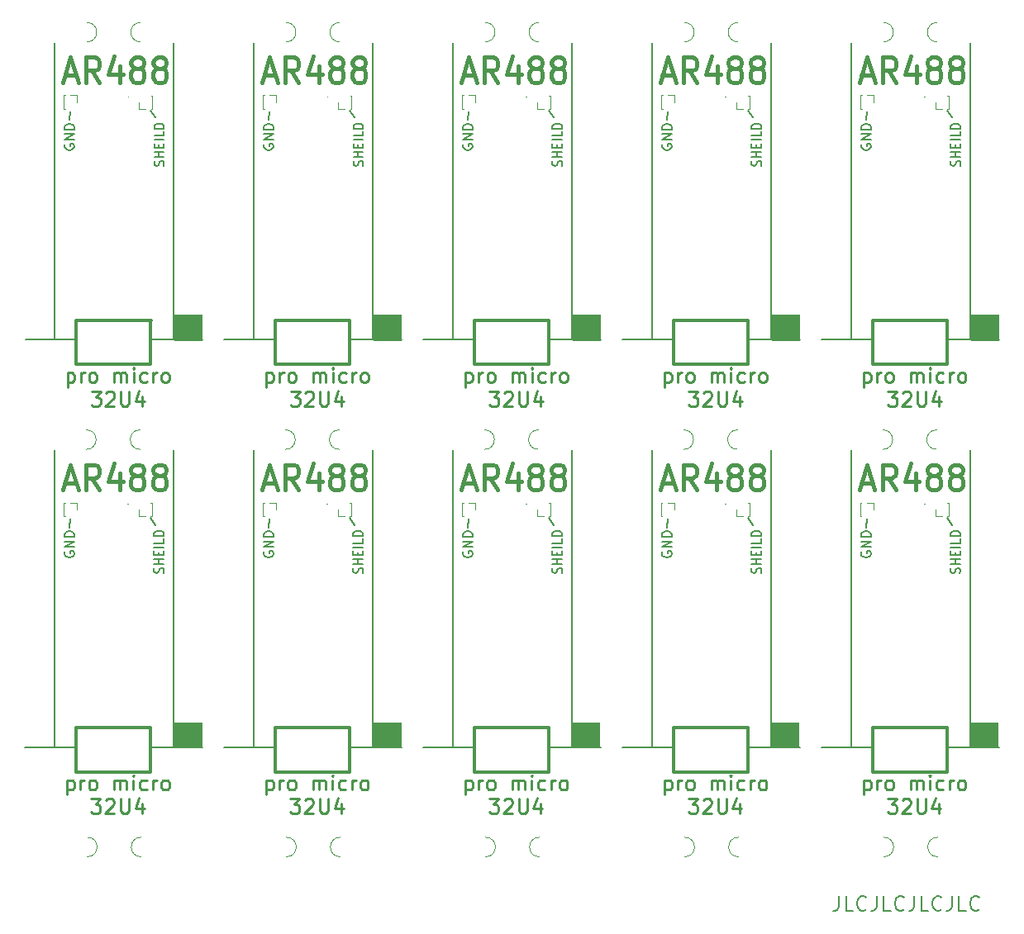
<source format=gbr>
%TF.GenerationSoftware,KiCad,Pcbnew,6.0.3-a3aad9c10e~116~ubuntu20.04.1*%
%TF.CreationDate,2022-03-20T15:04:53+01:00*%
%TF.ProjectId,10xPro_Micro_GPIB,31307850-726f-45f4-9d69-63726f5f4750,rev?*%
%TF.SameCoordinates,Original*%
%TF.FileFunction,Legend,Top*%
%TF.FilePolarity,Positive*%
%FSLAX46Y46*%
G04 Gerber Fmt 4.6, Leading zero omitted, Abs format (unit mm)*
G04 Created by KiCad (PCBNEW 6.0.3-a3aad9c10e~116~ubuntu20.04.1) date 2022-03-20 15:04:53*
%MOMM*%
%LPD*%
G01*
G04 APERTURE LIST*
%ADD10C,0.150000*%
%ADD11C,0.120000*%
%ADD12C,0.200000*%
%ADD13C,0.250000*%
%ADD14C,0.400000*%
%ADD15C,0.300000*%
%ADD16C,0.100000*%
G04 APERTURE END LIST*
D10*
X98129883Y-105100000D02*
X98129883Y-135510000D01*
X69526383Y-105090000D02*
X69529268Y-135510732D01*
D11*
X105689268Y-110590732D02*
X105629268Y-110590732D01*
D12*
X107979268Y-112050732D02*
X108469268Y-112740732D01*
D10*
X110326383Y-105090000D02*
X110329268Y-135510732D01*
D12*
X148779268Y-112050732D02*
X149269268Y-112740732D01*
D11*
X64901961Y-68830732D02*
X64841961Y-68830732D01*
D12*
X148791961Y-70290732D02*
X149281961Y-70980732D01*
X99661961Y-71230732D02*
X99776961Y-70320732D01*
D10*
X57329883Y-105100000D02*
X57329883Y-135510000D01*
X130726383Y-105090000D02*
X130729268Y-135510732D01*
D12*
X140461961Y-71230732D02*
X140576961Y-70320732D01*
X107991961Y-70290732D02*
X108481961Y-70980732D01*
X99649268Y-112990732D02*
X99764268Y-112080732D01*
X58861961Y-71230732D02*
X58976961Y-70320732D01*
D11*
X64889268Y-110590732D02*
X64829268Y-110590732D01*
D10*
X151126383Y-105090000D02*
X151129268Y-135510732D01*
X57342576Y-63340000D02*
X57342576Y-93750000D01*
D11*
X126089268Y-110590732D02*
X126029268Y-110590732D01*
X146489268Y-110590732D02*
X146429268Y-110590732D01*
D12*
X58849268Y-112990732D02*
X58964268Y-112080732D01*
D10*
X77742576Y-63340000D02*
X77742576Y-93750000D01*
D12*
X120049268Y-112990732D02*
X120164268Y-112080732D01*
D10*
X151139076Y-63330000D02*
X151141961Y-93750732D01*
D11*
X85289268Y-110590732D02*
X85229268Y-110590732D01*
D10*
X138942576Y-63340000D02*
X138942576Y-93750000D01*
D12*
X120061961Y-71230732D02*
X120176961Y-70320732D01*
D11*
X105701961Y-68830732D02*
X105641961Y-68830732D01*
D10*
X118529883Y-105100000D02*
X118529883Y-135510000D01*
X118542576Y-63340000D02*
X118542576Y-93750000D01*
X89939076Y-63330000D02*
X89941961Y-93750732D01*
X69539076Y-63330000D02*
X69541961Y-93750732D01*
D11*
X126101961Y-68830732D02*
X126041961Y-68830732D01*
D10*
X110339076Y-63330000D02*
X110341961Y-93750732D01*
D12*
X79261961Y-71230732D02*
X79376961Y-70320732D01*
X79249268Y-112990732D02*
X79364268Y-112080732D01*
D10*
X77729883Y-105100000D02*
X77729883Y-135510000D01*
X89926383Y-105090000D02*
X89929268Y-135510732D01*
X98142576Y-63340000D02*
X98142576Y-93750000D01*
D12*
X67191961Y-70290732D02*
X67681961Y-70980732D01*
X128391961Y-70290732D02*
X128881961Y-70980732D01*
X140449268Y-112990732D02*
X140564268Y-112080732D01*
D11*
X146501961Y-68830732D02*
X146441961Y-68830732D01*
D12*
X87579268Y-112050732D02*
X88069268Y-112740732D01*
X128379268Y-112050732D02*
X128869268Y-112740732D01*
X67179268Y-112050732D02*
X67669268Y-112740732D01*
D10*
X138929883Y-105100000D02*
X138929883Y-135510000D01*
D11*
X85301961Y-68830732D02*
X85241961Y-68830732D01*
D10*
X130739076Y-63330000D02*
X130741961Y-93750732D01*
D12*
X87591961Y-70290732D02*
X88081961Y-70980732D01*
D13*
X99453389Y-97141803D02*
X99453389Y-98641803D01*
X99453389Y-97213232D02*
X99596246Y-97141803D01*
X99881961Y-97141803D01*
X100024818Y-97213232D01*
X100096246Y-97284660D01*
X100167675Y-97427517D01*
X100167675Y-97856089D01*
X100096246Y-97998946D01*
X100024818Y-98070374D01*
X99881961Y-98141803D01*
X99596246Y-98141803D01*
X99453389Y-98070374D01*
X100810532Y-98141803D02*
X100810532Y-97141803D01*
X100810532Y-97427517D02*
X100881961Y-97284660D01*
X100953389Y-97213232D01*
X101096246Y-97141803D01*
X101239103Y-97141803D01*
X101953389Y-98141803D02*
X101810532Y-98070374D01*
X101739103Y-97998946D01*
X101667675Y-97856089D01*
X101667675Y-97427517D01*
X101739103Y-97284660D01*
X101810532Y-97213232D01*
X101953389Y-97141803D01*
X102167675Y-97141803D01*
X102310532Y-97213232D01*
X102381961Y-97284660D01*
X102453389Y-97427517D01*
X102453389Y-97856089D01*
X102381961Y-97998946D01*
X102310532Y-98070374D01*
X102167675Y-98141803D01*
X101953389Y-98141803D01*
X104239103Y-98141803D02*
X104239103Y-97141803D01*
X104239103Y-97284660D02*
X104310532Y-97213232D01*
X104453389Y-97141803D01*
X104667675Y-97141803D01*
X104810532Y-97213232D01*
X104881961Y-97356089D01*
X104881961Y-98141803D01*
X104881961Y-97356089D02*
X104953389Y-97213232D01*
X105096246Y-97141803D01*
X105310532Y-97141803D01*
X105453389Y-97213232D01*
X105524818Y-97356089D01*
X105524818Y-98141803D01*
X106239103Y-98141803D02*
X106239103Y-97141803D01*
X106239103Y-96641803D02*
X106167675Y-96713232D01*
X106239103Y-96784660D01*
X106310532Y-96713232D01*
X106239103Y-96641803D01*
X106239103Y-96784660D01*
X107596246Y-98070374D02*
X107453389Y-98141803D01*
X107167675Y-98141803D01*
X107024818Y-98070374D01*
X106953389Y-97998946D01*
X106881961Y-97856089D01*
X106881961Y-97427517D01*
X106953389Y-97284660D01*
X107024818Y-97213232D01*
X107167675Y-97141803D01*
X107453389Y-97141803D01*
X107596246Y-97213232D01*
X108239103Y-98141803D02*
X108239103Y-97141803D01*
X108239103Y-97427517D02*
X108310532Y-97284660D01*
X108381961Y-97213232D01*
X108524818Y-97141803D01*
X108667675Y-97141803D01*
X109381961Y-98141803D02*
X109239103Y-98070374D01*
X109167675Y-97998946D01*
X109096246Y-97856089D01*
X109096246Y-97427517D01*
X109167675Y-97284660D01*
X109239103Y-97213232D01*
X109381961Y-97141803D01*
X109596246Y-97141803D01*
X109739103Y-97213232D01*
X109810532Y-97284660D01*
X109881961Y-97427517D01*
X109881961Y-97856089D01*
X109810532Y-97998946D01*
X109739103Y-98070374D01*
X109596246Y-98141803D01*
X109381961Y-98141803D01*
X101917675Y-99056803D02*
X102846246Y-99056803D01*
X102346246Y-99628232D01*
X102560532Y-99628232D01*
X102703389Y-99699660D01*
X102774818Y-99771089D01*
X102846246Y-99913946D01*
X102846246Y-100271089D01*
X102774818Y-100413946D01*
X102703389Y-100485374D01*
X102560532Y-100556803D01*
X102131961Y-100556803D01*
X101989103Y-100485374D01*
X101917675Y-100413946D01*
X103417675Y-99199660D02*
X103489103Y-99128232D01*
X103631961Y-99056803D01*
X103989103Y-99056803D01*
X104131961Y-99128232D01*
X104203389Y-99199660D01*
X104274818Y-99342517D01*
X104274818Y-99485374D01*
X104203389Y-99699660D01*
X103346246Y-100556803D01*
X104274818Y-100556803D01*
X104917675Y-99056803D02*
X104917675Y-100271089D01*
X104989103Y-100413946D01*
X105060532Y-100485374D01*
X105203389Y-100556803D01*
X105489103Y-100556803D01*
X105631961Y-100485374D01*
X105703389Y-100413946D01*
X105774818Y-100271089D01*
X105774818Y-99056803D01*
X107131961Y-99556803D02*
X107131961Y-100556803D01*
X106774818Y-98985374D02*
X106417675Y-100056803D01*
X107346246Y-100056803D01*
D10*
X68489029Y-117685017D02*
X68536648Y-117556446D01*
X68536648Y-117342160D01*
X68489029Y-117256446D01*
X68441410Y-117213589D01*
X68346172Y-117170732D01*
X68250934Y-117170732D01*
X68155696Y-117213589D01*
X68108077Y-117256446D01*
X68060458Y-117342160D01*
X68012839Y-117513589D01*
X67965220Y-117599303D01*
X67917601Y-117642160D01*
X67822363Y-117685017D01*
X67727125Y-117685017D01*
X67631887Y-117642160D01*
X67584268Y-117599303D01*
X67536648Y-117513589D01*
X67536648Y-117299303D01*
X67584268Y-117170732D01*
X68536648Y-116785017D02*
X67536648Y-116785017D01*
X68012839Y-116785017D02*
X68012839Y-116270732D01*
X68536648Y-116270732D02*
X67536648Y-116270732D01*
X68012839Y-115842160D02*
X68012839Y-115542160D01*
X68536648Y-115413589D02*
X68536648Y-115842160D01*
X67536648Y-115842160D01*
X67536648Y-115413589D01*
X68536648Y-115027874D02*
X67536648Y-115027874D01*
X68536648Y-114170732D02*
X68536648Y-114599303D01*
X67536648Y-114599303D01*
X68536648Y-113870732D02*
X67536648Y-113870732D01*
X67536648Y-113656446D01*
X67584268Y-113527874D01*
X67679506Y-113442160D01*
X67774744Y-113399303D01*
X67965220Y-113356446D01*
X68108077Y-113356446D01*
X68298553Y-113399303D01*
X68393791Y-113442160D01*
X68489029Y-113527874D01*
X68536648Y-113656446D01*
X68536648Y-113870732D01*
D12*
X137703967Y-150806993D02*
X137703967Y-151878422D01*
X137632539Y-152092707D01*
X137489681Y-152235564D01*
X137275396Y-152306993D01*
X137132539Y-152306993D01*
X139132539Y-152306993D02*
X138418253Y-152306993D01*
X138418253Y-150806993D01*
X140489681Y-152164136D02*
X140418253Y-152235564D01*
X140203967Y-152306993D01*
X140061110Y-152306993D01*
X139846824Y-152235564D01*
X139703967Y-152092707D01*
X139632539Y-151949850D01*
X139561110Y-151664136D01*
X139561110Y-151449850D01*
X139632539Y-151164136D01*
X139703967Y-151021279D01*
X139846824Y-150878422D01*
X140061110Y-150806993D01*
X140203967Y-150806993D01*
X140418253Y-150878422D01*
X140489681Y-150949850D01*
X141561110Y-150806993D02*
X141561110Y-151878422D01*
X141489681Y-152092707D01*
X141346824Y-152235564D01*
X141132539Y-152306993D01*
X140989681Y-152306993D01*
X142989681Y-152306993D02*
X142275396Y-152306993D01*
X142275396Y-150806993D01*
X144346824Y-152164136D02*
X144275396Y-152235564D01*
X144061110Y-152306993D01*
X143918253Y-152306993D01*
X143703967Y-152235564D01*
X143561110Y-152092707D01*
X143489681Y-151949850D01*
X143418253Y-151664136D01*
X143418253Y-151449850D01*
X143489681Y-151164136D01*
X143561110Y-151021279D01*
X143703967Y-150878422D01*
X143918253Y-150806993D01*
X144061110Y-150806993D01*
X144275396Y-150878422D01*
X144346824Y-150949850D01*
X145418253Y-150806993D02*
X145418253Y-151878422D01*
X145346824Y-152092707D01*
X145203967Y-152235564D01*
X144989681Y-152306993D01*
X144846824Y-152306993D01*
X146846824Y-152306993D02*
X146132539Y-152306993D01*
X146132539Y-150806993D01*
X148203967Y-152164136D02*
X148132539Y-152235564D01*
X147918253Y-152306993D01*
X147775396Y-152306993D01*
X147561110Y-152235564D01*
X147418253Y-152092707D01*
X147346824Y-151949850D01*
X147275396Y-151664136D01*
X147275396Y-151449850D01*
X147346824Y-151164136D01*
X147418253Y-151021279D01*
X147561110Y-150878422D01*
X147775396Y-150806993D01*
X147918253Y-150806993D01*
X148132539Y-150878422D01*
X148203967Y-150949850D01*
X149275396Y-150806993D02*
X149275396Y-151878422D01*
X149203967Y-152092707D01*
X149061110Y-152235564D01*
X148846824Y-152306993D01*
X148703967Y-152306993D01*
X150703967Y-152306993D02*
X149989681Y-152306993D01*
X149989681Y-150806993D01*
X152061110Y-152164136D02*
X151989681Y-152235564D01*
X151775396Y-152306993D01*
X151632539Y-152306993D01*
X151418253Y-152235564D01*
X151275396Y-152092707D01*
X151203967Y-151949850D01*
X151132539Y-151664136D01*
X151132539Y-151449850D01*
X151203967Y-151164136D01*
X151275396Y-151021279D01*
X151418253Y-150878422D01*
X151632539Y-150806993D01*
X151775396Y-150806993D01*
X151989681Y-150878422D01*
X152061110Y-150949850D01*
D14*
X119610936Y-66664473D02*
X120753793Y-66664473D01*
X119382364Y-67407330D02*
X120182364Y-64807330D01*
X120982364Y-67407330D01*
X123153793Y-67407330D02*
X122353793Y-66169235D01*
X121782364Y-67407330D02*
X121782364Y-64807330D01*
X122696650Y-64807330D01*
X122925221Y-64931140D01*
X123039507Y-65054949D01*
X123153793Y-65302568D01*
X123153793Y-65673997D01*
X123039507Y-65921616D01*
X122925221Y-66045425D01*
X122696650Y-66169235D01*
X121782364Y-66169235D01*
X125210936Y-65673997D02*
X125210936Y-67407330D01*
X124639507Y-64683520D02*
X124068078Y-66540663D01*
X125553793Y-66540663D01*
X126810936Y-65921616D02*
X126582364Y-65797806D01*
X126468078Y-65673997D01*
X126353793Y-65426378D01*
X126353793Y-65302568D01*
X126468078Y-65054949D01*
X126582364Y-64931140D01*
X126810936Y-64807330D01*
X127268078Y-64807330D01*
X127496650Y-64931140D01*
X127610936Y-65054949D01*
X127725221Y-65302568D01*
X127725221Y-65426378D01*
X127610936Y-65673997D01*
X127496650Y-65797806D01*
X127268078Y-65921616D01*
X126810936Y-65921616D01*
X126582364Y-66045425D01*
X126468078Y-66169235D01*
X126353793Y-66416854D01*
X126353793Y-66912092D01*
X126468078Y-67159711D01*
X126582364Y-67283520D01*
X126810936Y-67407330D01*
X127268078Y-67407330D01*
X127496650Y-67283520D01*
X127610936Y-67159711D01*
X127725221Y-66912092D01*
X127725221Y-66416854D01*
X127610936Y-66169235D01*
X127496650Y-66045425D01*
X127268078Y-65921616D01*
X129096650Y-65921616D02*
X128868078Y-65797806D01*
X128753793Y-65673997D01*
X128639507Y-65426378D01*
X128639507Y-65302568D01*
X128753793Y-65054949D01*
X128868078Y-64931140D01*
X129096650Y-64807330D01*
X129553793Y-64807330D01*
X129782364Y-64931140D01*
X129896650Y-65054949D01*
X130010936Y-65302568D01*
X130010936Y-65426378D01*
X129896650Y-65673997D01*
X129782364Y-65797806D01*
X129553793Y-65921616D01*
X129096650Y-65921616D01*
X128868078Y-66045425D01*
X128753793Y-66169235D01*
X128639507Y-66416854D01*
X128639507Y-66912092D01*
X128753793Y-67159711D01*
X128868078Y-67283520D01*
X129096650Y-67407330D01*
X129553793Y-67407330D01*
X129782364Y-67283520D01*
X129896650Y-67159711D01*
X130010936Y-66912092D01*
X130010936Y-66416854D01*
X129896650Y-66169235D01*
X129782364Y-66045425D01*
X129553793Y-65921616D01*
D13*
X119840696Y-138901803D02*
X119840696Y-140401803D01*
X119840696Y-138973232D02*
X119983553Y-138901803D01*
X120269268Y-138901803D01*
X120412125Y-138973232D01*
X120483553Y-139044660D01*
X120554982Y-139187517D01*
X120554982Y-139616089D01*
X120483553Y-139758946D01*
X120412125Y-139830374D01*
X120269268Y-139901803D01*
X119983553Y-139901803D01*
X119840696Y-139830374D01*
X121197839Y-139901803D02*
X121197839Y-138901803D01*
X121197839Y-139187517D02*
X121269268Y-139044660D01*
X121340696Y-138973232D01*
X121483553Y-138901803D01*
X121626410Y-138901803D01*
X122340696Y-139901803D02*
X122197839Y-139830374D01*
X122126410Y-139758946D01*
X122054982Y-139616089D01*
X122054982Y-139187517D01*
X122126410Y-139044660D01*
X122197839Y-138973232D01*
X122340696Y-138901803D01*
X122554982Y-138901803D01*
X122697839Y-138973232D01*
X122769268Y-139044660D01*
X122840696Y-139187517D01*
X122840696Y-139616089D01*
X122769268Y-139758946D01*
X122697839Y-139830374D01*
X122554982Y-139901803D01*
X122340696Y-139901803D01*
X124626410Y-139901803D02*
X124626410Y-138901803D01*
X124626410Y-139044660D02*
X124697839Y-138973232D01*
X124840696Y-138901803D01*
X125054982Y-138901803D01*
X125197839Y-138973232D01*
X125269268Y-139116089D01*
X125269268Y-139901803D01*
X125269268Y-139116089D02*
X125340696Y-138973232D01*
X125483553Y-138901803D01*
X125697839Y-138901803D01*
X125840696Y-138973232D01*
X125912125Y-139116089D01*
X125912125Y-139901803D01*
X126626410Y-139901803D02*
X126626410Y-138901803D01*
X126626410Y-138401803D02*
X126554982Y-138473232D01*
X126626410Y-138544660D01*
X126697839Y-138473232D01*
X126626410Y-138401803D01*
X126626410Y-138544660D01*
X127983553Y-139830374D02*
X127840696Y-139901803D01*
X127554982Y-139901803D01*
X127412125Y-139830374D01*
X127340696Y-139758946D01*
X127269268Y-139616089D01*
X127269268Y-139187517D01*
X127340696Y-139044660D01*
X127412125Y-138973232D01*
X127554982Y-138901803D01*
X127840696Y-138901803D01*
X127983553Y-138973232D01*
X128626410Y-139901803D02*
X128626410Y-138901803D01*
X128626410Y-139187517D02*
X128697839Y-139044660D01*
X128769268Y-138973232D01*
X128912125Y-138901803D01*
X129054982Y-138901803D01*
X129769268Y-139901803D02*
X129626410Y-139830374D01*
X129554982Y-139758946D01*
X129483553Y-139616089D01*
X129483553Y-139187517D01*
X129554982Y-139044660D01*
X129626410Y-138973232D01*
X129769268Y-138901803D01*
X129983553Y-138901803D01*
X130126410Y-138973232D01*
X130197839Y-139044660D01*
X130269268Y-139187517D01*
X130269268Y-139616089D01*
X130197839Y-139758946D01*
X130126410Y-139830374D01*
X129983553Y-139901803D01*
X129769268Y-139901803D01*
X122304982Y-140816803D02*
X123233553Y-140816803D01*
X122733553Y-141388232D01*
X122947839Y-141388232D01*
X123090696Y-141459660D01*
X123162125Y-141531089D01*
X123233553Y-141673946D01*
X123233553Y-142031089D01*
X123162125Y-142173946D01*
X123090696Y-142245374D01*
X122947839Y-142316803D01*
X122519268Y-142316803D01*
X122376410Y-142245374D01*
X122304982Y-142173946D01*
X123804982Y-140959660D02*
X123876410Y-140888232D01*
X124019268Y-140816803D01*
X124376410Y-140816803D01*
X124519268Y-140888232D01*
X124590696Y-140959660D01*
X124662125Y-141102517D01*
X124662125Y-141245374D01*
X124590696Y-141459660D01*
X123733553Y-142316803D01*
X124662125Y-142316803D01*
X125304982Y-140816803D02*
X125304982Y-142031089D01*
X125376410Y-142173946D01*
X125447839Y-142245374D01*
X125590696Y-142316803D01*
X125876410Y-142316803D01*
X126019268Y-142245374D01*
X126090696Y-142173946D01*
X126162125Y-142031089D01*
X126162125Y-140816803D01*
X127519268Y-141316803D02*
X127519268Y-142316803D01*
X127162125Y-140745374D02*
X126804982Y-141816803D01*
X127733553Y-141816803D01*
D10*
X99209268Y-115492636D02*
X99161648Y-115587874D01*
X99161648Y-115730732D01*
X99209268Y-115873589D01*
X99304506Y-115968827D01*
X99399744Y-116016446D01*
X99590220Y-116064065D01*
X99733077Y-116064065D01*
X99923553Y-116016446D01*
X100018791Y-115968827D01*
X100114029Y-115873589D01*
X100161648Y-115730732D01*
X100161648Y-115635493D01*
X100114029Y-115492636D01*
X100066410Y-115445017D01*
X99733077Y-115445017D01*
X99733077Y-115635493D01*
X100161648Y-115016446D02*
X99161648Y-115016446D01*
X100161648Y-114445017D01*
X99161648Y-114445017D01*
X100161648Y-113968827D02*
X99161648Y-113968827D01*
X99161648Y-113730732D01*
X99209268Y-113587874D01*
X99304506Y-113492636D01*
X99399744Y-113445017D01*
X99590220Y-113397398D01*
X99733077Y-113397398D01*
X99923553Y-113445017D01*
X100018791Y-113492636D01*
X100114029Y-113587874D01*
X100161648Y-113730732D01*
X100161648Y-113968827D01*
X99221961Y-73732636D02*
X99174341Y-73827874D01*
X99174341Y-73970732D01*
X99221961Y-74113589D01*
X99317199Y-74208827D01*
X99412437Y-74256446D01*
X99602913Y-74304065D01*
X99745770Y-74304065D01*
X99936246Y-74256446D01*
X100031484Y-74208827D01*
X100126722Y-74113589D01*
X100174341Y-73970732D01*
X100174341Y-73875493D01*
X100126722Y-73732636D01*
X100079103Y-73685017D01*
X99745770Y-73685017D01*
X99745770Y-73875493D01*
X100174341Y-73256446D02*
X99174341Y-73256446D01*
X100174341Y-72685017D01*
X99174341Y-72685017D01*
X100174341Y-72208827D02*
X99174341Y-72208827D01*
X99174341Y-71970732D01*
X99221961Y-71827874D01*
X99317199Y-71732636D01*
X99412437Y-71685017D01*
X99602913Y-71637398D01*
X99745770Y-71637398D01*
X99936246Y-71685017D01*
X100031484Y-71732636D01*
X100126722Y-71827874D01*
X100174341Y-71970732D01*
X100174341Y-72208827D01*
X109301722Y-75925017D02*
X109349341Y-75796446D01*
X109349341Y-75582160D01*
X109301722Y-75496446D01*
X109254103Y-75453589D01*
X109158865Y-75410732D01*
X109063627Y-75410732D01*
X108968389Y-75453589D01*
X108920770Y-75496446D01*
X108873151Y-75582160D01*
X108825532Y-75753589D01*
X108777913Y-75839303D01*
X108730294Y-75882160D01*
X108635056Y-75925017D01*
X108539818Y-75925017D01*
X108444580Y-75882160D01*
X108396961Y-75839303D01*
X108349341Y-75753589D01*
X108349341Y-75539303D01*
X108396961Y-75410732D01*
X109349341Y-75025017D02*
X108349341Y-75025017D01*
X108825532Y-75025017D02*
X108825532Y-74510732D01*
X109349341Y-74510732D02*
X108349341Y-74510732D01*
X108825532Y-74082160D02*
X108825532Y-73782160D01*
X109349341Y-73653589D02*
X109349341Y-74082160D01*
X108349341Y-74082160D01*
X108349341Y-73653589D01*
X109349341Y-73267874D02*
X108349341Y-73267874D01*
X109349341Y-72410732D02*
X109349341Y-72839303D01*
X108349341Y-72839303D01*
X109349341Y-72110732D02*
X108349341Y-72110732D01*
X108349341Y-71896446D01*
X108396961Y-71767874D01*
X108492199Y-71682160D01*
X108587437Y-71639303D01*
X108777913Y-71596446D01*
X108920770Y-71596446D01*
X109111246Y-71639303D01*
X109206484Y-71682160D01*
X109301722Y-71767874D01*
X109349341Y-71896446D01*
X109349341Y-72110732D01*
X129701722Y-75925017D02*
X129749341Y-75796446D01*
X129749341Y-75582160D01*
X129701722Y-75496446D01*
X129654103Y-75453589D01*
X129558865Y-75410732D01*
X129463627Y-75410732D01*
X129368389Y-75453589D01*
X129320770Y-75496446D01*
X129273151Y-75582160D01*
X129225532Y-75753589D01*
X129177913Y-75839303D01*
X129130294Y-75882160D01*
X129035056Y-75925017D01*
X128939818Y-75925017D01*
X128844580Y-75882160D01*
X128796961Y-75839303D01*
X128749341Y-75753589D01*
X128749341Y-75539303D01*
X128796961Y-75410732D01*
X129749341Y-75025017D02*
X128749341Y-75025017D01*
X129225532Y-75025017D02*
X129225532Y-74510732D01*
X129749341Y-74510732D02*
X128749341Y-74510732D01*
X129225532Y-74082160D02*
X129225532Y-73782160D01*
X129749341Y-73653589D02*
X129749341Y-74082160D01*
X128749341Y-74082160D01*
X128749341Y-73653589D01*
X129749341Y-73267874D02*
X128749341Y-73267874D01*
X129749341Y-72410732D02*
X129749341Y-72839303D01*
X128749341Y-72839303D01*
X129749341Y-72110732D02*
X128749341Y-72110732D01*
X128749341Y-71896446D01*
X128796961Y-71767874D01*
X128892199Y-71682160D01*
X128987437Y-71639303D01*
X129177913Y-71596446D01*
X129320770Y-71596446D01*
X129511246Y-71639303D01*
X129606484Y-71682160D01*
X129701722Y-71767874D01*
X129749341Y-71896446D01*
X129749341Y-72110732D01*
D13*
X119853389Y-97141803D02*
X119853389Y-98641803D01*
X119853389Y-97213232D02*
X119996246Y-97141803D01*
X120281961Y-97141803D01*
X120424818Y-97213232D01*
X120496246Y-97284660D01*
X120567675Y-97427517D01*
X120567675Y-97856089D01*
X120496246Y-97998946D01*
X120424818Y-98070374D01*
X120281961Y-98141803D01*
X119996246Y-98141803D01*
X119853389Y-98070374D01*
X121210532Y-98141803D02*
X121210532Y-97141803D01*
X121210532Y-97427517D02*
X121281961Y-97284660D01*
X121353389Y-97213232D01*
X121496246Y-97141803D01*
X121639103Y-97141803D01*
X122353389Y-98141803D02*
X122210532Y-98070374D01*
X122139103Y-97998946D01*
X122067675Y-97856089D01*
X122067675Y-97427517D01*
X122139103Y-97284660D01*
X122210532Y-97213232D01*
X122353389Y-97141803D01*
X122567675Y-97141803D01*
X122710532Y-97213232D01*
X122781961Y-97284660D01*
X122853389Y-97427517D01*
X122853389Y-97856089D01*
X122781961Y-97998946D01*
X122710532Y-98070374D01*
X122567675Y-98141803D01*
X122353389Y-98141803D01*
X124639103Y-98141803D02*
X124639103Y-97141803D01*
X124639103Y-97284660D02*
X124710532Y-97213232D01*
X124853389Y-97141803D01*
X125067675Y-97141803D01*
X125210532Y-97213232D01*
X125281961Y-97356089D01*
X125281961Y-98141803D01*
X125281961Y-97356089D02*
X125353389Y-97213232D01*
X125496246Y-97141803D01*
X125710532Y-97141803D01*
X125853389Y-97213232D01*
X125924818Y-97356089D01*
X125924818Y-98141803D01*
X126639103Y-98141803D02*
X126639103Y-97141803D01*
X126639103Y-96641803D02*
X126567675Y-96713232D01*
X126639103Y-96784660D01*
X126710532Y-96713232D01*
X126639103Y-96641803D01*
X126639103Y-96784660D01*
X127996246Y-98070374D02*
X127853389Y-98141803D01*
X127567675Y-98141803D01*
X127424818Y-98070374D01*
X127353389Y-97998946D01*
X127281961Y-97856089D01*
X127281961Y-97427517D01*
X127353389Y-97284660D01*
X127424818Y-97213232D01*
X127567675Y-97141803D01*
X127853389Y-97141803D01*
X127996246Y-97213232D01*
X128639103Y-98141803D02*
X128639103Y-97141803D01*
X128639103Y-97427517D02*
X128710532Y-97284660D01*
X128781961Y-97213232D01*
X128924818Y-97141803D01*
X129067675Y-97141803D01*
X129781961Y-98141803D02*
X129639103Y-98070374D01*
X129567675Y-97998946D01*
X129496246Y-97856089D01*
X129496246Y-97427517D01*
X129567675Y-97284660D01*
X129639103Y-97213232D01*
X129781961Y-97141803D01*
X129996246Y-97141803D01*
X130139103Y-97213232D01*
X130210532Y-97284660D01*
X130281961Y-97427517D01*
X130281961Y-97856089D01*
X130210532Y-97998946D01*
X130139103Y-98070374D01*
X129996246Y-98141803D01*
X129781961Y-98141803D01*
X122317675Y-99056803D02*
X123246246Y-99056803D01*
X122746246Y-99628232D01*
X122960532Y-99628232D01*
X123103389Y-99699660D01*
X123174818Y-99771089D01*
X123246246Y-99913946D01*
X123246246Y-100271089D01*
X123174818Y-100413946D01*
X123103389Y-100485374D01*
X122960532Y-100556803D01*
X122531961Y-100556803D01*
X122389103Y-100485374D01*
X122317675Y-100413946D01*
X123817675Y-99199660D02*
X123889103Y-99128232D01*
X124031961Y-99056803D01*
X124389103Y-99056803D01*
X124531961Y-99128232D01*
X124603389Y-99199660D01*
X124674818Y-99342517D01*
X124674818Y-99485374D01*
X124603389Y-99699660D01*
X123746246Y-100556803D01*
X124674818Y-100556803D01*
X125317675Y-99056803D02*
X125317675Y-100271089D01*
X125389103Y-100413946D01*
X125460532Y-100485374D01*
X125603389Y-100556803D01*
X125889103Y-100556803D01*
X126031961Y-100485374D01*
X126103389Y-100413946D01*
X126174818Y-100271089D01*
X126174818Y-99056803D01*
X127531961Y-99556803D02*
X127531961Y-100556803D01*
X127174818Y-98985374D02*
X126817675Y-100056803D01*
X127746246Y-100056803D01*
D10*
X150101722Y-75925017D02*
X150149341Y-75796446D01*
X150149341Y-75582160D01*
X150101722Y-75496446D01*
X150054103Y-75453589D01*
X149958865Y-75410732D01*
X149863627Y-75410732D01*
X149768389Y-75453589D01*
X149720770Y-75496446D01*
X149673151Y-75582160D01*
X149625532Y-75753589D01*
X149577913Y-75839303D01*
X149530294Y-75882160D01*
X149435056Y-75925017D01*
X149339818Y-75925017D01*
X149244580Y-75882160D01*
X149196961Y-75839303D01*
X149149341Y-75753589D01*
X149149341Y-75539303D01*
X149196961Y-75410732D01*
X150149341Y-75025017D02*
X149149341Y-75025017D01*
X149625532Y-75025017D02*
X149625532Y-74510732D01*
X150149341Y-74510732D02*
X149149341Y-74510732D01*
X149625532Y-74082160D02*
X149625532Y-73782160D01*
X150149341Y-73653589D02*
X150149341Y-74082160D01*
X149149341Y-74082160D01*
X149149341Y-73653589D01*
X150149341Y-73267874D02*
X149149341Y-73267874D01*
X150149341Y-72410732D02*
X150149341Y-72839303D01*
X149149341Y-72839303D01*
X150149341Y-72110732D02*
X149149341Y-72110732D01*
X149149341Y-71896446D01*
X149196961Y-71767874D01*
X149292199Y-71682160D01*
X149387437Y-71639303D01*
X149577913Y-71596446D01*
X149720770Y-71596446D01*
X149911246Y-71639303D01*
X150006484Y-71682160D01*
X150101722Y-71767874D01*
X150149341Y-71896446D01*
X150149341Y-72110732D01*
X109289029Y-117685017D02*
X109336648Y-117556446D01*
X109336648Y-117342160D01*
X109289029Y-117256446D01*
X109241410Y-117213589D01*
X109146172Y-117170732D01*
X109050934Y-117170732D01*
X108955696Y-117213589D01*
X108908077Y-117256446D01*
X108860458Y-117342160D01*
X108812839Y-117513589D01*
X108765220Y-117599303D01*
X108717601Y-117642160D01*
X108622363Y-117685017D01*
X108527125Y-117685017D01*
X108431887Y-117642160D01*
X108384268Y-117599303D01*
X108336648Y-117513589D01*
X108336648Y-117299303D01*
X108384268Y-117170732D01*
X109336648Y-116785017D02*
X108336648Y-116785017D01*
X108812839Y-116785017D02*
X108812839Y-116270732D01*
X109336648Y-116270732D02*
X108336648Y-116270732D01*
X108812839Y-115842160D02*
X108812839Y-115542160D01*
X109336648Y-115413589D02*
X109336648Y-115842160D01*
X108336648Y-115842160D01*
X108336648Y-115413589D01*
X109336648Y-115027874D02*
X108336648Y-115027874D01*
X109336648Y-114170732D02*
X109336648Y-114599303D01*
X108336648Y-114599303D01*
X109336648Y-113870732D02*
X108336648Y-113870732D01*
X108336648Y-113656446D01*
X108384268Y-113527874D01*
X108479506Y-113442160D01*
X108574744Y-113399303D01*
X108765220Y-113356446D01*
X108908077Y-113356446D01*
X109098553Y-113399303D01*
X109193791Y-113442160D01*
X109289029Y-113527874D01*
X109336648Y-113656446D01*
X109336648Y-113870732D01*
D13*
X140240696Y-138901803D02*
X140240696Y-140401803D01*
X140240696Y-138973232D02*
X140383553Y-138901803D01*
X140669268Y-138901803D01*
X140812125Y-138973232D01*
X140883553Y-139044660D01*
X140954982Y-139187517D01*
X140954982Y-139616089D01*
X140883553Y-139758946D01*
X140812125Y-139830374D01*
X140669268Y-139901803D01*
X140383553Y-139901803D01*
X140240696Y-139830374D01*
X141597839Y-139901803D02*
X141597839Y-138901803D01*
X141597839Y-139187517D02*
X141669268Y-139044660D01*
X141740696Y-138973232D01*
X141883553Y-138901803D01*
X142026410Y-138901803D01*
X142740696Y-139901803D02*
X142597839Y-139830374D01*
X142526410Y-139758946D01*
X142454982Y-139616089D01*
X142454982Y-139187517D01*
X142526410Y-139044660D01*
X142597839Y-138973232D01*
X142740696Y-138901803D01*
X142954982Y-138901803D01*
X143097839Y-138973232D01*
X143169268Y-139044660D01*
X143240696Y-139187517D01*
X143240696Y-139616089D01*
X143169268Y-139758946D01*
X143097839Y-139830374D01*
X142954982Y-139901803D01*
X142740696Y-139901803D01*
X145026410Y-139901803D02*
X145026410Y-138901803D01*
X145026410Y-139044660D02*
X145097839Y-138973232D01*
X145240696Y-138901803D01*
X145454982Y-138901803D01*
X145597839Y-138973232D01*
X145669268Y-139116089D01*
X145669268Y-139901803D01*
X145669268Y-139116089D02*
X145740696Y-138973232D01*
X145883553Y-138901803D01*
X146097839Y-138901803D01*
X146240696Y-138973232D01*
X146312125Y-139116089D01*
X146312125Y-139901803D01*
X147026410Y-139901803D02*
X147026410Y-138901803D01*
X147026410Y-138401803D02*
X146954982Y-138473232D01*
X147026410Y-138544660D01*
X147097839Y-138473232D01*
X147026410Y-138401803D01*
X147026410Y-138544660D01*
X148383553Y-139830374D02*
X148240696Y-139901803D01*
X147954982Y-139901803D01*
X147812125Y-139830374D01*
X147740696Y-139758946D01*
X147669268Y-139616089D01*
X147669268Y-139187517D01*
X147740696Y-139044660D01*
X147812125Y-138973232D01*
X147954982Y-138901803D01*
X148240696Y-138901803D01*
X148383553Y-138973232D01*
X149026410Y-139901803D02*
X149026410Y-138901803D01*
X149026410Y-139187517D02*
X149097839Y-139044660D01*
X149169268Y-138973232D01*
X149312125Y-138901803D01*
X149454982Y-138901803D01*
X150169268Y-139901803D02*
X150026410Y-139830374D01*
X149954982Y-139758946D01*
X149883553Y-139616089D01*
X149883553Y-139187517D01*
X149954982Y-139044660D01*
X150026410Y-138973232D01*
X150169268Y-138901803D01*
X150383553Y-138901803D01*
X150526410Y-138973232D01*
X150597839Y-139044660D01*
X150669268Y-139187517D01*
X150669268Y-139616089D01*
X150597839Y-139758946D01*
X150526410Y-139830374D01*
X150383553Y-139901803D01*
X150169268Y-139901803D01*
X142704982Y-140816803D02*
X143633553Y-140816803D01*
X143133553Y-141388232D01*
X143347839Y-141388232D01*
X143490696Y-141459660D01*
X143562125Y-141531089D01*
X143633553Y-141673946D01*
X143633553Y-142031089D01*
X143562125Y-142173946D01*
X143490696Y-142245374D01*
X143347839Y-142316803D01*
X142919268Y-142316803D01*
X142776410Y-142245374D01*
X142704982Y-142173946D01*
X144204982Y-140959660D02*
X144276410Y-140888232D01*
X144419268Y-140816803D01*
X144776410Y-140816803D01*
X144919268Y-140888232D01*
X144990696Y-140959660D01*
X145062125Y-141102517D01*
X145062125Y-141245374D01*
X144990696Y-141459660D01*
X144133553Y-142316803D01*
X145062125Y-142316803D01*
X145704982Y-140816803D02*
X145704982Y-142031089D01*
X145776410Y-142173946D01*
X145847839Y-142245374D01*
X145990696Y-142316803D01*
X146276410Y-142316803D01*
X146419268Y-142245374D01*
X146490696Y-142173946D01*
X146562125Y-142031089D01*
X146562125Y-140816803D01*
X147919268Y-141316803D02*
X147919268Y-142316803D01*
X147562125Y-140745374D02*
X147204982Y-141816803D01*
X148133553Y-141816803D01*
D14*
X139998243Y-108424473D02*
X141141100Y-108424473D01*
X139769671Y-109167330D02*
X140569671Y-106567330D01*
X141369671Y-109167330D01*
X143541100Y-109167330D02*
X142741100Y-107929235D01*
X142169671Y-109167330D02*
X142169671Y-106567330D01*
X143083957Y-106567330D01*
X143312528Y-106691140D01*
X143426814Y-106814949D01*
X143541100Y-107062568D01*
X143541100Y-107433997D01*
X143426814Y-107681616D01*
X143312528Y-107805425D01*
X143083957Y-107929235D01*
X142169671Y-107929235D01*
X145598243Y-107433997D02*
X145598243Y-109167330D01*
X145026814Y-106443520D02*
X144455385Y-108300663D01*
X145941100Y-108300663D01*
X147198243Y-107681616D02*
X146969671Y-107557806D01*
X146855385Y-107433997D01*
X146741100Y-107186378D01*
X146741100Y-107062568D01*
X146855385Y-106814949D01*
X146969671Y-106691140D01*
X147198243Y-106567330D01*
X147655385Y-106567330D01*
X147883957Y-106691140D01*
X147998243Y-106814949D01*
X148112528Y-107062568D01*
X148112528Y-107186378D01*
X147998243Y-107433997D01*
X147883957Y-107557806D01*
X147655385Y-107681616D01*
X147198243Y-107681616D01*
X146969671Y-107805425D01*
X146855385Y-107929235D01*
X146741100Y-108176854D01*
X146741100Y-108672092D01*
X146855385Y-108919711D01*
X146969671Y-109043520D01*
X147198243Y-109167330D01*
X147655385Y-109167330D01*
X147883957Y-109043520D01*
X147998243Y-108919711D01*
X148112528Y-108672092D01*
X148112528Y-108176854D01*
X147998243Y-107929235D01*
X147883957Y-107805425D01*
X147655385Y-107681616D01*
X149483957Y-107681616D02*
X149255385Y-107557806D01*
X149141100Y-107433997D01*
X149026814Y-107186378D01*
X149026814Y-107062568D01*
X149141100Y-106814949D01*
X149255385Y-106691140D01*
X149483957Y-106567330D01*
X149941100Y-106567330D01*
X150169671Y-106691140D01*
X150283957Y-106814949D01*
X150398243Y-107062568D01*
X150398243Y-107186378D01*
X150283957Y-107433997D01*
X150169671Y-107557806D01*
X149941100Y-107681616D01*
X149483957Y-107681616D01*
X149255385Y-107805425D01*
X149141100Y-107929235D01*
X149026814Y-108176854D01*
X149026814Y-108672092D01*
X149141100Y-108919711D01*
X149255385Y-109043520D01*
X149483957Y-109167330D01*
X149941100Y-109167330D01*
X150169671Y-109043520D01*
X150283957Y-108919711D01*
X150398243Y-108672092D01*
X150398243Y-108176854D01*
X150283957Y-107929235D01*
X150169671Y-107805425D01*
X149941100Y-107681616D01*
X58410936Y-66664473D02*
X59553793Y-66664473D01*
X58182364Y-67407330D02*
X58982364Y-64807330D01*
X59782364Y-67407330D01*
X61953793Y-67407330D02*
X61153793Y-66169235D01*
X60582364Y-67407330D02*
X60582364Y-64807330D01*
X61496650Y-64807330D01*
X61725221Y-64931140D01*
X61839507Y-65054949D01*
X61953793Y-65302568D01*
X61953793Y-65673997D01*
X61839507Y-65921616D01*
X61725221Y-66045425D01*
X61496650Y-66169235D01*
X60582364Y-66169235D01*
X64010936Y-65673997D02*
X64010936Y-67407330D01*
X63439507Y-64683520D02*
X62868078Y-66540663D01*
X64353793Y-66540663D01*
X65610936Y-65921616D02*
X65382364Y-65797806D01*
X65268078Y-65673997D01*
X65153793Y-65426378D01*
X65153793Y-65302568D01*
X65268078Y-65054949D01*
X65382364Y-64931140D01*
X65610936Y-64807330D01*
X66068078Y-64807330D01*
X66296650Y-64931140D01*
X66410936Y-65054949D01*
X66525221Y-65302568D01*
X66525221Y-65426378D01*
X66410936Y-65673997D01*
X66296650Y-65797806D01*
X66068078Y-65921616D01*
X65610936Y-65921616D01*
X65382364Y-66045425D01*
X65268078Y-66169235D01*
X65153793Y-66416854D01*
X65153793Y-66912092D01*
X65268078Y-67159711D01*
X65382364Y-67283520D01*
X65610936Y-67407330D01*
X66068078Y-67407330D01*
X66296650Y-67283520D01*
X66410936Y-67159711D01*
X66525221Y-66912092D01*
X66525221Y-66416854D01*
X66410936Y-66169235D01*
X66296650Y-66045425D01*
X66068078Y-65921616D01*
X67896650Y-65921616D02*
X67668078Y-65797806D01*
X67553793Y-65673997D01*
X67439507Y-65426378D01*
X67439507Y-65302568D01*
X67553793Y-65054949D01*
X67668078Y-64931140D01*
X67896650Y-64807330D01*
X68353793Y-64807330D01*
X68582364Y-64931140D01*
X68696650Y-65054949D01*
X68810936Y-65302568D01*
X68810936Y-65426378D01*
X68696650Y-65673997D01*
X68582364Y-65797806D01*
X68353793Y-65921616D01*
X67896650Y-65921616D01*
X67668078Y-66045425D01*
X67553793Y-66169235D01*
X67439507Y-66416854D01*
X67439507Y-66912092D01*
X67553793Y-67159711D01*
X67668078Y-67283520D01*
X67896650Y-67407330D01*
X68353793Y-67407330D01*
X68582364Y-67283520D01*
X68696650Y-67159711D01*
X68810936Y-66912092D01*
X68810936Y-66416854D01*
X68696650Y-66169235D01*
X68582364Y-66045425D01*
X68353793Y-65921616D01*
X99210936Y-66664473D02*
X100353793Y-66664473D01*
X98982364Y-67407330D02*
X99782364Y-64807330D01*
X100582364Y-67407330D01*
X102753793Y-67407330D02*
X101953793Y-66169235D01*
X101382364Y-67407330D02*
X101382364Y-64807330D01*
X102296650Y-64807330D01*
X102525221Y-64931140D01*
X102639507Y-65054949D01*
X102753793Y-65302568D01*
X102753793Y-65673997D01*
X102639507Y-65921616D01*
X102525221Y-66045425D01*
X102296650Y-66169235D01*
X101382364Y-66169235D01*
X104810936Y-65673997D02*
X104810936Y-67407330D01*
X104239507Y-64683520D02*
X103668078Y-66540663D01*
X105153793Y-66540663D01*
X106410936Y-65921616D02*
X106182364Y-65797806D01*
X106068078Y-65673997D01*
X105953793Y-65426378D01*
X105953793Y-65302568D01*
X106068078Y-65054949D01*
X106182364Y-64931140D01*
X106410936Y-64807330D01*
X106868078Y-64807330D01*
X107096650Y-64931140D01*
X107210936Y-65054949D01*
X107325221Y-65302568D01*
X107325221Y-65426378D01*
X107210936Y-65673997D01*
X107096650Y-65797806D01*
X106868078Y-65921616D01*
X106410936Y-65921616D01*
X106182364Y-66045425D01*
X106068078Y-66169235D01*
X105953793Y-66416854D01*
X105953793Y-66912092D01*
X106068078Y-67159711D01*
X106182364Y-67283520D01*
X106410936Y-67407330D01*
X106868078Y-67407330D01*
X107096650Y-67283520D01*
X107210936Y-67159711D01*
X107325221Y-66912092D01*
X107325221Y-66416854D01*
X107210936Y-66169235D01*
X107096650Y-66045425D01*
X106868078Y-65921616D01*
X108696650Y-65921616D02*
X108468078Y-65797806D01*
X108353793Y-65673997D01*
X108239507Y-65426378D01*
X108239507Y-65302568D01*
X108353793Y-65054949D01*
X108468078Y-64931140D01*
X108696650Y-64807330D01*
X109153793Y-64807330D01*
X109382364Y-64931140D01*
X109496650Y-65054949D01*
X109610936Y-65302568D01*
X109610936Y-65426378D01*
X109496650Y-65673997D01*
X109382364Y-65797806D01*
X109153793Y-65921616D01*
X108696650Y-65921616D01*
X108468078Y-66045425D01*
X108353793Y-66169235D01*
X108239507Y-66416854D01*
X108239507Y-66912092D01*
X108353793Y-67159711D01*
X108468078Y-67283520D01*
X108696650Y-67407330D01*
X109153793Y-67407330D01*
X109382364Y-67283520D01*
X109496650Y-67159711D01*
X109610936Y-66912092D01*
X109610936Y-66416854D01*
X109496650Y-66169235D01*
X109382364Y-66045425D01*
X109153793Y-65921616D01*
X99198243Y-108424473D02*
X100341100Y-108424473D01*
X98969671Y-109167330D02*
X99769671Y-106567330D01*
X100569671Y-109167330D01*
X102741100Y-109167330D02*
X101941100Y-107929235D01*
X101369671Y-109167330D02*
X101369671Y-106567330D01*
X102283957Y-106567330D01*
X102512528Y-106691140D01*
X102626814Y-106814949D01*
X102741100Y-107062568D01*
X102741100Y-107433997D01*
X102626814Y-107681616D01*
X102512528Y-107805425D01*
X102283957Y-107929235D01*
X101369671Y-107929235D01*
X104798243Y-107433997D02*
X104798243Y-109167330D01*
X104226814Y-106443520D02*
X103655385Y-108300663D01*
X105141100Y-108300663D01*
X106398243Y-107681616D02*
X106169671Y-107557806D01*
X106055385Y-107433997D01*
X105941100Y-107186378D01*
X105941100Y-107062568D01*
X106055385Y-106814949D01*
X106169671Y-106691140D01*
X106398243Y-106567330D01*
X106855385Y-106567330D01*
X107083957Y-106691140D01*
X107198243Y-106814949D01*
X107312528Y-107062568D01*
X107312528Y-107186378D01*
X107198243Y-107433997D01*
X107083957Y-107557806D01*
X106855385Y-107681616D01*
X106398243Y-107681616D01*
X106169671Y-107805425D01*
X106055385Y-107929235D01*
X105941100Y-108176854D01*
X105941100Y-108672092D01*
X106055385Y-108919711D01*
X106169671Y-109043520D01*
X106398243Y-109167330D01*
X106855385Y-109167330D01*
X107083957Y-109043520D01*
X107198243Y-108919711D01*
X107312528Y-108672092D01*
X107312528Y-108176854D01*
X107198243Y-107929235D01*
X107083957Y-107805425D01*
X106855385Y-107681616D01*
X108683957Y-107681616D02*
X108455385Y-107557806D01*
X108341100Y-107433997D01*
X108226814Y-107186378D01*
X108226814Y-107062568D01*
X108341100Y-106814949D01*
X108455385Y-106691140D01*
X108683957Y-106567330D01*
X109141100Y-106567330D01*
X109369671Y-106691140D01*
X109483957Y-106814949D01*
X109598243Y-107062568D01*
X109598243Y-107186378D01*
X109483957Y-107433997D01*
X109369671Y-107557806D01*
X109141100Y-107681616D01*
X108683957Y-107681616D01*
X108455385Y-107805425D01*
X108341100Y-107929235D01*
X108226814Y-108176854D01*
X108226814Y-108672092D01*
X108341100Y-108919711D01*
X108455385Y-109043520D01*
X108683957Y-109167330D01*
X109141100Y-109167330D01*
X109369671Y-109043520D01*
X109483957Y-108919711D01*
X109598243Y-108672092D01*
X109598243Y-108176854D01*
X109483957Y-107929235D01*
X109369671Y-107805425D01*
X109141100Y-107681616D01*
D10*
X129689029Y-117685017D02*
X129736648Y-117556446D01*
X129736648Y-117342160D01*
X129689029Y-117256446D01*
X129641410Y-117213589D01*
X129546172Y-117170732D01*
X129450934Y-117170732D01*
X129355696Y-117213589D01*
X129308077Y-117256446D01*
X129260458Y-117342160D01*
X129212839Y-117513589D01*
X129165220Y-117599303D01*
X129117601Y-117642160D01*
X129022363Y-117685017D01*
X128927125Y-117685017D01*
X128831887Y-117642160D01*
X128784268Y-117599303D01*
X128736648Y-117513589D01*
X128736648Y-117299303D01*
X128784268Y-117170732D01*
X129736648Y-116785017D02*
X128736648Y-116785017D01*
X129212839Y-116785017D02*
X129212839Y-116270732D01*
X129736648Y-116270732D02*
X128736648Y-116270732D01*
X129212839Y-115842160D02*
X129212839Y-115542160D01*
X129736648Y-115413589D02*
X129736648Y-115842160D01*
X128736648Y-115842160D01*
X128736648Y-115413589D01*
X129736648Y-115027874D02*
X128736648Y-115027874D01*
X129736648Y-114170732D02*
X129736648Y-114599303D01*
X128736648Y-114599303D01*
X129736648Y-113870732D02*
X128736648Y-113870732D01*
X128736648Y-113656446D01*
X128784268Y-113527874D01*
X128879506Y-113442160D01*
X128974744Y-113399303D01*
X129165220Y-113356446D01*
X129308077Y-113356446D01*
X129498553Y-113399303D01*
X129593791Y-113442160D01*
X129689029Y-113527874D01*
X129736648Y-113656446D01*
X129736648Y-113870732D01*
D14*
X78798243Y-108424473D02*
X79941100Y-108424473D01*
X78569671Y-109167330D02*
X79369671Y-106567330D01*
X80169671Y-109167330D01*
X82341100Y-109167330D02*
X81541100Y-107929235D01*
X80969671Y-109167330D02*
X80969671Y-106567330D01*
X81883957Y-106567330D01*
X82112528Y-106691140D01*
X82226814Y-106814949D01*
X82341100Y-107062568D01*
X82341100Y-107433997D01*
X82226814Y-107681616D01*
X82112528Y-107805425D01*
X81883957Y-107929235D01*
X80969671Y-107929235D01*
X84398243Y-107433997D02*
X84398243Y-109167330D01*
X83826814Y-106443520D02*
X83255385Y-108300663D01*
X84741100Y-108300663D01*
X85998243Y-107681616D02*
X85769671Y-107557806D01*
X85655385Y-107433997D01*
X85541100Y-107186378D01*
X85541100Y-107062568D01*
X85655385Y-106814949D01*
X85769671Y-106691140D01*
X85998243Y-106567330D01*
X86455385Y-106567330D01*
X86683957Y-106691140D01*
X86798243Y-106814949D01*
X86912528Y-107062568D01*
X86912528Y-107186378D01*
X86798243Y-107433997D01*
X86683957Y-107557806D01*
X86455385Y-107681616D01*
X85998243Y-107681616D01*
X85769671Y-107805425D01*
X85655385Y-107929235D01*
X85541100Y-108176854D01*
X85541100Y-108672092D01*
X85655385Y-108919711D01*
X85769671Y-109043520D01*
X85998243Y-109167330D01*
X86455385Y-109167330D01*
X86683957Y-109043520D01*
X86798243Y-108919711D01*
X86912528Y-108672092D01*
X86912528Y-108176854D01*
X86798243Y-107929235D01*
X86683957Y-107805425D01*
X86455385Y-107681616D01*
X88283957Y-107681616D02*
X88055385Y-107557806D01*
X87941100Y-107433997D01*
X87826814Y-107186378D01*
X87826814Y-107062568D01*
X87941100Y-106814949D01*
X88055385Y-106691140D01*
X88283957Y-106567330D01*
X88741100Y-106567330D01*
X88969671Y-106691140D01*
X89083957Y-106814949D01*
X89198243Y-107062568D01*
X89198243Y-107186378D01*
X89083957Y-107433997D01*
X88969671Y-107557806D01*
X88741100Y-107681616D01*
X88283957Y-107681616D01*
X88055385Y-107805425D01*
X87941100Y-107929235D01*
X87826814Y-108176854D01*
X87826814Y-108672092D01*
X87941100Y-108919711D01*
X88055385Y-109043520D01*
X88283957Y-109167330D01*
X88741100Y-109167330D01*
X88969671Y-109043520D01*
X89083957Y-108919711D01*
X89198243Y-108672092D01*
X89198243Y-108176854D01*
X89083957Y-107929235D01*
X88969671Y-107805425D01*
X88741100Y-107681616D01*
D10*
X88889029Y-117685017D02*
X88936648Y-117556446D01*
X88936648Y-117342160D01*
X88889029Y-117256446D01*
X88841410Y-117213589D01*
X88746172Y-117170732D01*
X88650934Y-117170732D01*
X88555696Y-117213589D01*
X88508077Y-117256446D01*
X88460458Y-117342160D01*
X88412839Y-117513589D01*
X88365220Y-117599303D01*
X88317601Y-117642160D01*
X88222363Y-117685017D01*
X88127125Y-117685017D01*
X88031887Y-117642160D01*
X87984268Y-117599303D01*
X87936648Y-117513589D01*
X87936648Y-117299303D01*
X87984268Y-117170732D01*
X88936648Y-116785017D02*
X87936648Y-116785017D01*
X88412839Y-116785017D02*
X88412839Y-116270732D01*
X88936648Y-116270732D02*
X87936648Y-116270732D01*
X88412839Y-115842160D02*
X88412839Y-115542160D01*
X88936648Y-115413589D02*
X88936648Y-115842160D01*
X87936648Y-115842160D01*
X87936648Y-115413589D01*
X88936648Y-115027874D02*
X87936648Y-115027874D01*
X88936648Y-114170732D02*
X88936648Y-114599303D01*
X87936648Y-114599303D01*
X88936648Y-113870732D02*
X87936648Y-113870732D01*
X87936648Y-113656446D01*
X87984268Y-113527874D01*
X88079506Y-113442160D01*
X88174744Y-113399303D01*
X88365220Y-113356446D01*
X88508077Y-113356446D01*
X88698553Y-113399303D01*
X88793791Y-113442160D01*
X88889029Y-113527874D01*
X88936648Y-113656446D01*
X88936648Y-113870732D01*
X58421961Y-73732636D02*
X58374341Y-73827874D01*
X58374341Y-73970732D01*
X58421961Y-74113589D01*
X58517199Y-74208827D01*
X58612437Y-74256446D01*
X58802913Y-74304065D01*
X58945770Y-74304065D01*
X59136246Y-74256446D01*
X59231484Y-74208827D01*
X59326722Y-74113589D01*
X59374341Y-73970732D01*
X59374341Y-73875493D01*
X59326722Y-73732636D01*
X59279103Y-73685017D01*
X58945770Y-73685017D01*
X58945770Y-73875493D01*
X59374341Y-73256446D02*
X58374341Y-73256446D01*
X59374341Y-72685017D01*
X58374341Y-72685017D01*
X59374341Y-72208827D02*
X58374341Y-72208827D01*
X58374341Y-71970732D01*
X58421961Y-71827874D01*
X58517199Y-71732636D01*
X58612437Y-71685017D01*
X58802913Y-71637398D01*
X58945770Y-71637398D01*
X59136246Y-71685017D01*
X59231484Y-71732636D01*
X59326722Y-71827874D01*
X59374341Y-71970732D01*
X59374341Y-72208827D01*
X88901722Y-75925017D02*
X88949341Y-75796446D01*
X88949341Y-75582160D01*
X88901722Y-75496446D01*
X88854103Y-75453589D01*
X88758865Y-75410732D01*
X88663627Y-75410732D01*
X88568389Y-75453589D01*
X88520770Y-75496446D01*
X88473151Y-75582160D01*
X88425532Y-75753589D01*
X88377913Y-75839303D01*
X88330294Y-75882160D01*
X88235056Y-75925017D01*
X88139818Y-75925017D01*
X88044580Y-75882160D01*
X87996961Y-75839303D01*
X87949341Y-75753589D01*
X87949341Y-75539303D01*
X87996961Y-75410732D01*
X88949341Y-75025017D02*
X87949341Y-75025017D01*
X88425532Y-75025017D02*
X88425532Y-74510732D01*
X88949341Y-74510732D02*
X87949341Y-74510732D01*
X88425532Y-74082160D02*
X88425532Y-73782160D01*
X88949341Y-73653589D02*
X88949341Y-74082160D01*
X87949341Y-74082160D01*
X87949341Y-73653589D01*
X88949341Y-73267874D02*
X87949341Y-73267874D01*
X88949341Y-72410732D02*
X88949341Y-72839303D01*
X87949341Y-72839303D01*
X88949341Y-72110732D02*
X87949341Y-72110732D01*
X87949341Y-71896446D01*
X87996961Y-71767874D01*
X88092199Y-71682160D01*
X88187437Y-71639303D01*
X88377913Y-71596446D01*
X88520770Y-71596446D01*
X88711246Y-71639303D01*
X88806484Y-71682160D01*
X88901722Y-71767874D01*
X88949341Y-71896446D01*
X88949341Y-72110732D01*
D14*
X119598243Y-108424473D02*
X120741100Y-108424473D01*
X119369671Y-109167330D02*
X120169671Y-106567330D01*
X120969671Y-109167330D01*
X123141100Y-109167330D02*
X122341100Y-107929235D01*
X121769671Y-109167330D02*
X121769671Y-106567330D01*
X122683957Y-106567330D01*
X122912528Y-106691140D01*
X123026814Y-106814949D01*
X123141100Y-107062568D01*
X123141100Y-107433997D01*
X123026814Y-107681616D01*
X122912528Y-107805425D01*
X122683957Y-107929235D01*
X121769671Y-107929235D01*
X125198243Y-107433997D02*
X125198243Y-109167330D01*
X124626814Y-106443520D02*
X124055385Y-108300663D01*
X125541100Y-108300663D01*
X126798243Y-107681616D02*
X126569671Y-107557806D01*
X126455385Y-107433997D01*
X126341100Y-107186378D01*
X126341100Y-107062568D01*
X126455385Y-106814949D01*
X126569671Y-106691140D01*
X126798243Y-106567330D01*
X127255385Y-106567330D01*
X127483957Y-106691140D01*
X127598243Y-106814949D01*
X127712528Y-107062568D01*
X127712528Y-107186378D01*
X127598243Y-107433997D01*
X127483957Y-107557806D01*
X127255385Y-107681616D01*
X126798243Y-107681616D01*
X126569671Y-107805425D01*
X126455385Y-107929235D01*
X126341100Y-108176854D01*
X126341100Y-108672092D01*
X126455385Y-108919711D01*
X126569671Y-109043520D01*
X126798243Y-109167330D01*
X127255385Y-109167330D01*
X127483957Y-109043520D01*
X127598243Y-108919711D01*
X127712528Y-108672092D01*
X127712528Y-108176854D01*
X127598243Y-107929235D01*
X127483957Y-107805425D01*
X127255385Y-107681616D01*
X129083957Y-107681616D02*
X128855385Y-107557806D01*
X128741100Y-107433997D01*
X128626814Y-107186378D01*
X128626814Y-107062568D01*
X128741100Y-106814949D01*
X128855385Y-106691140D01*
X129083957Y-106567330D01*
X129541100Y-106567330D01*
X129769671Y-106691140D01*
X129883957Y-106814949D01*
X129998243Y-107062568D01*
X129998243Y-107186378D01*
X129883957Y-107433997D01*
X129769671Y-107557806D01*
X129541100Y-107681616D01*
X129083957Y-107681616D01*
X128855385Y-107805425D01*
X128741100Y-107929235D01*
X128626814Y-108176854D01*
X128626814Y-108672092D01*
X128741100Y-108919711D01*
X128855385Y-109043520D01*
X129083957Y-109167330D01*
X129541100Y-109167330D01*
X129769671Y-109043520D01*
X129883957Y-108919711D01*
X129998243Y-108672092D01*
X129998243Y-108176854D01*
X129883957Y-107929235D01*
X129769671Y-107805425D01*
X129541100Y-107681616D01*
X78810936Y-66664473D02*
X79953793Y-66664473D01*
X78582364Y-67407330D02*
X79382364Y-64807330D01*
X80182364Y-67407330D01*
X82353793Y-67407330D02*
X81553793Y-66169235D01*
X80982364Y-67407330D02*
X80982364Y-64807330D01*
X81896650Y-64807330D01*
X82125221Y-64931140D01*
X82239507Y-65054949D01*
X82353793Y-65302568D01*
X82353793Y-65673997D01*
X82239507Y-65921616D01*
X82125221Y-66045425D01*
X81896650Y-66169235D01*
X80982364Y-66169235D01*
X84410936Y-65673997D02*
X84410936Y-67407330D01*
X83839507Y-64683520D02*
X83268078Y-66540663D01*
X84753793Y-66540663D01*
X86010936Y-65921616D02*
X85782364Y-65797806D01*
X85668078Y-65673997D01*
X85553793Y-65426378D01*
X85553793Y-65302568D01*
X85668078Y-65054949D01*
X85782364Y-64931140D01*
X86010936Y-64807330D01*
X86468078Y-64807330D01*
X86696650Y-64931140D01*
X86810936Y-65054949D01*
X86925221Y-65302568D01*
X86925221Y-65426378D01*
X86810936Y-65673997D01*
X86696650Y-65797806D01*
X86468078Y-65921616D01*
X86010936Y-65921616D01*
X85782364Y-66045425D01*
X85668078Y-66169235D01*
X85553793Y-66416854D01*
X85553793Y-66912092D01*
X85668078Y-67159711D01*
X85782364Y-67283520D01*
X86010936Y-67407330D01*
X86468078Y-67407330D01*
X86696650Y-67283520D01*
X86810936Y-67159711D01*
X86925221Y-66912092D01*
X86925221Y-66416854D01*
X86810936Y-66169235D01*
X86696650Y-66045425D01*
X86468078Y-65921616D01*
X88296650Y-65921616D02*
X88068078Y-65797806D01*
X87953793Y-65673997D01*
X87839507Y-65426378D01*
X87839507Y-65302568D01*
X87953793Y-65054949D01*
X88068078Y-64931140D01*
X88296650Y-64807330D01*
X88753793Y-64807330D01*
X88982364Y-64931140D01*
X89096650Y-65054949D01*
X89210936Y-65302568D01*
X89210936Y-65426378D01*
X89096650Y-65673997D01*
X88982364Y-65797806D01*
X88753793Y-65921616D01*
X88296650Y-65921616D01*
X88068078Y-66045425D01*
X87953793Y-66169235D01*
X87839507Y-66416854D01*
X87839507Y-66912092D01*
X87953793Y-67159711D01*
X88068078Y-67283520D01*
X88296650Y-67407330D01*
X88753793Y-67407330D01*
X88982364Y-67283520D01*
X89096650Y-67159711D01*
X89210936Y-66912092D01*
X89210936Y-66416854D01*
X89096650Y-66169235D01*
X88982364Y-66045425D01*
X88753793Y-65921616D01*
D13*
X79040696Y-138901803D02*
X79040696Y-140401803D01*
X79040696Y-138973232D02*
X79183553Y-138901803D01*
X79469268Y-138901803D01*
X79612125Y-138973232D01*
X79683553Y-139044660D01*
X79754982Y-139187517D01*
X79754982Y-139616089D01*
X79683553Y-139758946D01*
X79612125Y-139830374D01*
X79469268Y-139901803D01*
X79183553Y-139901803D01*
X79040696Y-139830374D01*
X80397839Y-139901803D02*
X80397839Y-138901803D01*
X80397839Y-139187517D02*
X80469268Y-139044660D01*
X80540696Y-138973232D01*
X80683553Y-138901803D01*
X80826410Y-138901803D01*
X81540696Y-139901803D02*
X81397839Y-139830374D01*
X81326410Y-139758946D01*
X81254982Y-139616089D01*
X81254982Y-139187517D01*
X81326410Y-139044660D01*
X81397839Y-138973232D01*
X81540696Y-138901803D01*
X81754982Y-138901803D01*
X81897839Y-138973232D01*
X81969268Y-139044660D01*
X82040696Y-139187517D01*
X82040696Y-139616089D01*
X81969268Y-139758946D01*
X81897839Y-139830374D01*
X81754982Y-139901803D01*
X81540696Y-139901803D01*
X83826410Y-139901803D02*
X83826410Y-138901803D01*
X83826410Y-139044660D02*
X83897839Y-138973232D01*
X84040696Y-138901803D01*
X84254982Y-138901803D01*
X84397839Y-138973232D01*
X84469268Y-139116089D01*
X84469268Y-139901803D01*
X84469268Y-139116089D02*
X84540696Y-138973232D01*
X84683553Y-138901803D01*
X84897839Y-138901803D01*
X85040696Y-138973232D01*
X85112125Y-139116089D01*
X85112125Y-139901803D01*
X85826410Y-139901803D02*
X85826410Y-138901803D01*
X85826410Y-138401803D02*
X85754982Y-138473232D01*
X85826410Y-138544660D01*
X85897839Y-138473232D01*
X85826410Y-138401803D01*
X85826410Y-138544660D01*
X87183553Y-139830374D02*
X87040696Y-139901803D01*
X86754982Y-139901803D01*
X86612125Y-139830374D01*
X86540696Y-139758946D01*
X86469268Y-139616089D01*
X86469268Y-139187517D01*
X86540696Y-139044660D01*
X86612125Y-138973232D01*
X86754982Y-138901803D01*
X87040696Y-138901803D01*
X87183553Y-138973232D01*
X87826410Y-139901803D02*
X87826410Y-138901803D01*
X87826410Y-139187517D02*
X87897839Y-139044660D01*
X87969268Y-138973232D01*
X88112125Y-138901803D01*
X88254982Y-138901803D01*
X88969268Y-139901803D02*
X88826410Y-139830374D01*
X88754982Y-139758946D01*
X88683553Y-139616089D01*
X88683553Y-139187517D01*
X88754982Y-139044660D01*
X88826410Y-138973232D01*
X88969268Y-138901803D01*
X89183553Y-138901803D01*
X89326410Y-138973232D01*
X89397839Y-139044660D01*
X89469268Y-139187517D01*
X89469268Y-139616089D01*
X89397839Y-139758946D01*
X89326410Y-139830374D01*
X89183553Y-139901803D01*
X88969268Y-139901803D01*
X81504982Y-140816803D02*
X82433553Y-140816803D01*
X81933553Y-141388232D01*
X82147839Y-141388232D01*
X82290696Y-141459660D01*
X82362125Y-141531089D01*
X82433553Y-141673946D01*
X82433553Y-142031089D01*
X82362125Y-142173946D01*
X82290696Y-142245374D01*
X82147839Y-142316803D01*
X81719268Y-142316803D01*
X81576410Y-142245374D01*
X81504982Y-142173946D01*
X83004982Y-140959660D02*
X83076410Y-140888232D01*
X83219268Y-140816803D01*
X83576410Y-140816803D01*
X83719268Y-140888232D01*
X83790696Y-140959660D01*
X83862125Y-141102517D01*
X83862125Y-141245374D01*
X83790696Y-141459660D01*
X82933553Y-142316803D01*
X83862125Y-142316803D01*
X84504982Y-140816803D02*
X84504982Y-142031089D01*
X84576410Y-142173946D01*
X84647839Y-142245374D01*
X84790696Y-142316803D01*
X85076410Y-142316803D01*
X85219268Y-142245374D01*
X85290696Y-142173946D01*
X85362125Y-142031089D01*
X85362125Y-140816803D01*
X86719268Y-141316803D02*
X86719268Y-142316803D01*
X86362125Y-140745374D02*
X86004982Y-141816803D01*
X86933553Y-141816803D01*
D10*
X58409268Y-115492636D02*
X58361648Y-115587874D01*
X58361648Y-115730732D01*
X58409268Y-115873589D01*
X58504506Y-115968827D01*
X58599744Y-116016446D01*
X58790220Y-116064065D01*
X58933077Y-116064065D01*
X59123553Y-116016446D01*
X59218791Y-115968827D01*
X59314029Y-115873589D01*
X59361648Y-115730732D01*
X59361648Y-115635493D01*
X59314029Y-115492636D01*
X59266410Y-115445017D01*
X58933077Y-115445017D01*
X58933077Y-115635493D01*
X59361648Y-115016446D02*
X58361648Y-115016446D01*
X59361648Y-114445017D01*
X58361648Y-114445017D01*
X59361648Y-113968827D02*
X58361648Y-113968827D01*
X58361648Y-113730732D01*
X58409268Y-113587874D01*
X58504506Y-113492636D01*
X58599744Y-113445017D01*
X58790220Y-113397398D01*
X58933077Y-113397398D01*
X59123553Y-113445017D01*
X59218791Y-113492636D01*
X59314029Y-113587874D01*
X59361648Y-113730732D01*
X59361648Y-113968827D01*
D13*
X99440696Y-138901803D02*
X99440696Y-140401803D01*
X99440696Y-138973232D02*
X99583553Y-138901803D01*
X99869268Y-138901803D01*
X100012125Y-138973232D01*
X100083553Y-139044660D01*
X100154982Y-139187517D01*
X100154982Y-139616089D01*
X100083553Y-139758946D01*
X100012125Y-139830374D01*
X99869268Y-139901803D01*
X99583553Y-139901803D01*
X99440696Y-139830374D01*
X100797839Y-139901803D02*
X100797839Y-138901803D01*
X100797839Y-139187517D02*
X100869268Y-139044660D01*
X100940696Y-138973232D01*
X101083553Y-138901803D01*
X101226410Y-138901803D01*
X101940696Y-139901803D02*
X101797839Y-139830374D01*
X101726410Y-139758946D01*
X101654982Y-139616089D01*
X101654982Y-139187517D01*
X101726410Y-139044660D01*
X101797839Y-138973232D01*
X101940696Y-138901803D01*
X102154982Y-138901803D01*
X102297839Y-138973232D01*
X102369268Y-139044660D01*
X102440696Y-139187517D01*
X102440696Y-139616089D01*
X102369268Y-139758946D01*
X102297839Y-139830374D01*
X102154982Y-139901803D01*
X101940696Y-139901803D01*
X104226410Y-139901803D02*
X104226410Y-138901803D01*
X104226410Y-139044660D02*
X104297839Y-138973232D01*
X104440696Y-138901803D01*
X104654982Y-138901803D01*
X104797839Y-138973232D01*
X104869268Y-139116089D01*
X104869268Y-139901803D01*
X104869268Y-139116089D02*
X104940696Y-138973232D01*
X105083553Y-138901803D01*
X105297839Y-138901803D01*
X105440696Y-138973232D01*
X105512125Y-139116089D01*
X105512125Y-139901803D01*
X106226410Y-139901803D02*
X106226410Y-138901803D01*
X106226410Y-138401803D02*
X106154982Y-138473232D01*
X106226410Y-138544660D01*
X106297839Y-138473232D01*
X106226410Y-138401803D01*
X106226410Y-138544660D01*
X107583553Y-139830374D02*
X107440696Y-139901803D01*
X107154982Y-139901803D01*
X107012125Y-139830374D01*
X106940696Y-139758946D01*
X106869268Y-139616089D01*
X106869268Y-139187517D01*
X106940696Y-139044660D01*
X107012125Y-138973232D01*
X107154982Y-138901803D01*
X107440696Y-138901803D01*
X107583553Y-138973232D01*
X108226410Y-139901803D02*
X108226410Y-138901803D01*
X108226410Y-139187517D02*
X108297839Y-139044660D01*
X108369268Y-138973232D01*
X108512125Y-138901803D01*
X108654982Y-138901803D01*
X109369268Y-139901803D02*
X109226410Y-139830374D01*
X109154982Y-139758946D01*
X109083553Y-139616089D01*
X109083553Y-139187517D01*
X109154982Y-139044660D01*
X109226410Y-138973232D01*
X109369268Y-138901803D01*
X109583553Y-138901803D01*
X109726410Y-138973232D01*
X109797839Y-139044660D01*
X109869268Y-139187517D01*
X109869268Y-139616089D01*
X109797839Y-139758946D01*
X109726410Y-139830374D01*
X109583553Y-139901803D01*
X109369268Y-139901803D01*
X101904982Y-140816803D02*
X102833553Y-140816803D01*
X102333553Y-141388232D01*
X102547839Y-141388232D01*
X102690696Y-141459660D01*
X102762125Y-141531089D01*
X102833553Y-141673946D01*
X102833553Y-142031089D01*
X102762125Y-142173946D01*
X102690696Y-142245374D01*
X102547839Y-142316803D01*
X102119268Y-142316803D01*
X101976410Y-142245374D01*
X101904982Y-142173946D01*
X103404982Y-140959660D02*
X103476410Y-140888232D01*
X103619268Y-140816803D01*
X103976410Y-140816803D01*
X104119268Y-140888232D01*
X104190696Y-140959660D01*
X104262125Y-141102517D01*
X104262125Y-141245374D01*
X104190696Y-141459660D01*
X103333553Y-142316803D01*
X104262125Y-142316803D01*
X104904982Y-140816803D02*
X104904982Y-142031089D01*
X104976410Y-142173946D01*
X105047839Y-142245374D01*
X105190696Y-142316803D01*
X105476410Y-142316803D01*
X105619268Y-142245374D01*
X105690696Y-142173946D01*
X105762125Y-142031089D01*
X105762125Y-140816803D01*
X107119268Y-141316803D02*
X107119268Y-142316803D01*
X106762125Y-140745374D02*
X106404982Y-141816803D01*
X107333553Y-141816803D01*
D10*
X78821961Y-73732636D02*
X78774341Y-73827874D01*
X78774341Y-73970732D01*
X78821961Y-74113589D01*
X78917199Y-74208827D01*
X79012437Y-74256446D01*
X79202913Y-74304065D01*
X79345770Y-74304065D01*
X79536246Y-74256446D01*
X79631484Y-74208827D01*
X79726722Y-74113589D01*
X79774341Y-73970732D01*
X79774341Y-73875493D01*
X79726722Y-73732636D01*
X79679103Y-73685017D01*
X79345770Y-73685017D01*
X79345770Y-73875493D01*
X79774341Y-73256446D02*
X78774341Y-73256446D01*
X79774341Y-72685017D01*
X78774341Y-72685017D01*
X79774341Y-72208827D02*
X78774341Y-72208827D01*
X78774341Y-71970732D01*
X78821961Y-71827874D01*
X78917199Y-71732636D01*
X79012437Y-71685017D01*
X79202913Y-71637398D01*
X79345770Y-71637398D01*
X79536246Y-71685017D01*
X79631484Y-71732636D01*
X79726722Y-71827874D01*
X79774341Y-71970732D01*
X79774341Y-72208827D01*
X68501722Y-75925017D02*
X68549341Y-75796446D01*
X68549341Y-75582160D01*
X68501722Y-75496446D01*
X68454103Y-75453589D01*
X68358865Y-75410732D01*
X68263627Y-75410732D01*
X68168389Y-75453589D01*
X68120770Y-75496446D01*
X68073151Y-75582160D01*
X68025532Y-75753589D01*
X67977913Y-75839303D01*
X67930294Y-75882160D01*
X67835056Y-75925017D01*
X67739818Y-75925017D01*
X67644580Y-75882160D01*
X67596961Y-75839303D01*
X67549341Y-75753589D01*
X67549341Y-75539303D01*
X67596961Y-75410732D01*
X68549341Y-75025017D02*
X67549341Y-75025017D01*
X68025532Y-75025017D02*
X68025532Y-74510732D01*
X68549341Y-74510732D02*
X67549341Y-74510732D01*
X68025532Y-74082160D02*
X68025532Y-73782160D01*
X68549341Y-73653589D02*
X68549341Y-74082160D01*
X67549341Y-74082160D01*
X67549341Y-73653589D01*
X68549341Y-73267874D02*
X67549341Y-73267874D01*
X68549341Y-72410732D02*
X68549341Y-72839303D01*
X67549341Y-72839303D01*
X68549341Y-72110732D02*
X67549341Y-72110732D01*
X67549341Y-71896446D01*
X67596961Y-71767874D01*
X67692199Y-71682160D01*
X67787437Y-71639303D01*
X67977913Y-71596446D01*
X68120770Y-71596446D01*
X68311246Y-71639303D01*
X68406484Y-71682160D01*
X68501722Y-71767874D01*
X68549341Y-71896446D01*
X68549341Y-72110732D01*
X119621961Y-73732636D02*
X119574341Y-73827874D01*
X119574341Y-73970732D01*
X119621961Y-74113589D01*
X119717199Y-74208827D01*
X119812437Y-74256446D01*
X120002913Y-74304065D01*
X120145770Y-74304065D01*
X120336246Y-74256446D01*
X120431484Y-74208827D01*
X120526722Y-74113589D01*
X120574341Y-73970732D01*
X120574341Y-73875493D01*
X120526722Y-73732636D01*
X120479103Y-73685017D01*
X120145770Y-73685017D01*
X120145770Y-73875493D01*
X120574341Y-73256446D02*
X119574341Y-73256446D01*
X120574341Y-72685017D01*
X119574341Y-72685017D01*
X120574341Y-72208827D02*
X119574341Y-72208827D01*
X119574341Y-71970732D01*
X119621961Y-71827874D01*
X119717199Y-71732636D01*
X119812437Y-71685017D01*
X120002913Y-71637398D01*
X120145770Y-71637398D01*
X120336246Y-71685017D01*
X120431484Y-71732636D01*
X120526722Y-71827874D01*
X120574341Y-71970732D01*
X120574341Y-72208827D01*
D13*
X58640696Y-138901803D02*
X58640696Y-140401803D01*
X58640696Y-138973232D02*
X58783553Y-138901803D01*
X59069268Y-138901803D01*
X59212125Y-138973232D01*
X59283553Y-139044660D01*
X59354982Y-139187517D01*
X59354982Y-139616089D01*
X59283553Y-139758946D01*
X59212125Y-139830374D01*
X59069268Y-139901803D01*
X58783553Y-139901803D01*
X58640696Y-139830374D01*
X59997839Y-139901803D02*
X59997839Y-138901803D01*
X59997839Y-139187517D02*
X60069268Y-139044660D01*
X60140696Y-138973232D01*
X60283553Y-138901803D01*
X60426410Y-138901803D01*
X61140696Y-139901803D02*
X60997839Y-139830374D01*
X60926410Y-139758946D01*
X60854982Y-139616089D01*
X60854982Y-139187517D01*
X60926410Y-139044660D01*
X60997839Y-138973232D01*
X61140696Y-138901803D01*
X61354982Y-138901803D01*
X61497839Y-138973232D01*
X61569268Y-139044660D01*
X61640696Y-139187517D01*
X61640696Y-139616089D01*
X61569268Y-139758946D01*
X61497839Y-139830374D01*
X61354982Y-139901803D01*
X61140696Y-139901803D01*
X63426410Y-139901803D02*
X63426410Y-138901803D01*
X63426410Y-139044660D02*
X63497839Y-138973232D01*
X63640696Y-138901803D01*
X63854982Y-138901803D01*
X63997839Y-138973232D01*
X64069268Y-139116089D01*
X64069268Y-139901803D01*
X64069268Y-139116089D02*
X64140696Y-138973232D01*
X64283553Y-138901803D01*
X64497839Y-138901803D01*
X64640696Y-138973232D01*
X64712125Y-139116089D01*
X64712125Y-139901803D01*
X65426410Y-139901803D02*
X65426410Y-138901803D01*
X65426410Y-138401803D02*
X65354982Y-138473232D01*
X65426410Y-138544660D01*
X65497839Y-138473232D01*
X65426410Y-138401803D01*
X65426410Y-138544660D01*
X66783553Y-139830374D02*
X66640696Y-139901803D01*
X66354982Y-139901803D01*
X66212125Y-139830374D01*
X66140696Y-139758946D01*
X66069268Y-139616089D01*
X66069268Y-139187517D01*
X66140696Y-139044660D01*
X66212125Y-138973232D01*
X66354982Y-138901803D01*
X66640696Y-138901803D01*
X66783553Y-138973232D01*
X67426410Y-139901803D02*
X67426410Y-138901803D01*
X67426410Y-139187517D02*
X67497839Y-139044660D01*
X67569268Y-138973232D01*
X67712125Y-138901803D01*
X67854982Y-138901803D01*
X68569268Y-139901803D02*
X68426410Y-139830374D01*
X68354982Y-139758946D01*
X68283553Y-139616089D01*
X68283553Y-139187517D01*
X68354982Y-139044660D01*
X68426410Y-138973232D01*
X68569268Y-138901803D01*
X68783553Y-138901803D01*
X68926410Y-138973232D01*
X68997839Y-139044660D01*
X69069268Y-139187517D01*
X69069268Y-139616089D01*
X68997839Y-139758946D01*
X68926410Y-139830374D01*
X68783553Y-139901803D01*
X68569268Y-139901803D01*
X61104982Y-140816803D02*
X62033553Y-140816803D01*
X61533553Y-141388232D01*
X61747839Y-141388232D01*
X61890696Y-141459660D01*
X61962125Y-141531089D01*
X62033553Y-141673946D01*
X62033553Y-142031089D01*
X61962125Y-142173946D01*
X61890696Y-142245374D01*
X61747839Y-142316803D01*
X61319268Y-142316803D01*
X61176410Y-142245374D01*
X61104982Y-142173946D01*
X62604982Y-140959660D02*
X62676410Y-140888232D01*
X62819268Y-140816803D01*
X63176410Y-140816803D01*
X63319268Y-140888232D01*
X63390696Y-140959660D01*
X63462125Y-141102517D01*
X63462125Y-141245374D01*
X63390696Y-141459660D01*
X62533553Y-142316803D01*
X63462125Y-142316803D01*
X64104982Y-140816803D02*
X64104982Y-142031089D01*
X64176410Y-142173946D01*
X64247839Y-142245374D01*
X64390696Y-142316803D01*
X64676410Y-142316803D01*
X64819268Y-142245374D01*
X64890696Y-142173946D01*
X64962125Y-142031089D01*
X64962125Y-140816803D01*
X66319268Y-141316803D02*
X66319268Y-142316803D01*
X65962125Y-140745374D02*
X65604982Y-141816803D01*
X66533553Y-141816803D01*
D14*
X140010936Y-66664473D02*
X141153793Y-66664473D01*
X139782364Y-67407330D02*
X140582364Y-64807330D01*
X141382364Y-67407330D01*
X143553793Y-67407330D02*
X142753793Y-66169235D01*
X142182364Y-67407330D02*
X142182364Y-64807330D01*
X143096650Y-64807330D01*
X143325221Y-64931140D01*
X143439507Y-65054949D01*
X143553793Y-65302568D01*
X143553793Y-65673997D01*
X143439507Y-65921616D01*
X143325221Y-66045425D01*
X143096650Y-66169235D01*
X142182364Y-66169235D01*
X145610936Y-65673997D02*
X145610936Y-67407330D01*
X145039507Y-64683520D02*
X144468078Y-66540663D01*
X145953793Y-66540663D01*
X147210936Y-65921616D02*
X146982364Y-65797806D01*
X146868078Y-65673997D01*
X146753793Y-65426378D01*
X146753793Y-65302568D01*
X146868078Y-65054949D01*
X146982364Y-64931140D01*
X147210936Y-64807330D01*
X147668078Y-64807330D01*
X147896650Y-64931140D01*
X148010936Y-65054949D01*
X148125221Y-65302568D01*
X148125221Y-65426378D01*
X148010936Y-65673997D01*
X147896650Y-65797806D01*
X147668078Y-65921616D01*
X147210936Y-65921616D01*
X146982364Y-66045425D01*
X146868078Y-66169235D01*
X146753793Y-66416854D01*
X146753793Y-66912092D01*
X146868078Y-67159711D01*
X146982364Y-67283520D01*
X147210936Y-67407330D01*
X147668078Y-67407330D01*
X147896650Y-67283520D01*
X148010936Y-67159711D01*
X148125221Y-66912092D01*
X148125221Y-66416854D01*
X148010936Y-66169235D01*
X147896650Y-66045425D01*
X147668078Y-65921616D01*
X149496650Y-65921616D02*
X149268078Y-65797806D01*
X149153793Y-65673997D01*
X149039507Y-65426378D01*
X149039507Y-65302568D01*
X149153793Y-65054949D01*
X149268078Y-64931140D01*
X149496650Y-64807330D01*
X149953793Y-64807330D01*
X150182364Y-64931140D01*
X150296650Y-65054949D01*
X150410936Y-65302568D01*
X150410936Y-65426378D01*
X150296650Y-65673997D01*
X150182364Y-65797806D01*
X149953793Y-65921616D01*
X149496650Y-65921616D01*
X149268078Y-66045425D01*
X149153793Y-66169235D01*
X149039507Y-66416854D01*
X149039507Y-66912092D01*
X149153793Y-67159711D01*
X149268078Y-67283520D01*
X149496650Y-67407330D01*
X149953793Y-67407330D01*
X150182364Y-67283520D01*
X150296650Y-67159711D01*
X150410936Y-66912092D01*
X150410936Y-66416854D01*
X150296650Y-66169235D01*
X150182364Y-66045425D01*
X149953793Y-65921616D01*
D10*
X140021961Y-73732636D02*
X139974341Y-73827874D01*
X139974341Y-73970732D01*
X140021961Y-74113589D01*
X140117199Y-74208827D01*
X140212437Y-74256446D01*
X140402913Y-74304065D01*
X140545770Y-74304065D01*
X140736246Y-74256446D01*
X140831484Y-74208827D01*
X140926722Y-74113589D01*
X140974341Y-73970732D01*
X140974341Y-73875493D01*
X140926722Y-73732636D01*
X140879103Y-73685017D01*
X140545770Y-73685017D01*
X140545770Y-73875493D01*
X140974341Y-73256446D02*
X139974341Y-73256446D01*
X140974341Y-72685017D01*
X139974341Y-72685017D01*
X140974341Y-72208827D02*
X139974341Y-72208827D01*
X139974341Y-71970732D01*
X140021961Y-71827874D01*
X140117199Y-71732636D01*
X140212437Y-71685017D01*
X140402913Y-71637398D01*
X140545770Y-71637398D01*
X140736246Y-71685017D01*
X140831484Y-71732636D01*
X140926722Y-71827874D01*
X140974341Y-71970732D01*
X140974341Y-72208827D01*
X150089029Y-117685017D02*
X150136648Y-117556446D01*
X150136648Y-117342160D01*
X150089029Y-117256446D01*
X150041410Y-117213589D01*
X149946172Y-117170732D01*
X149850934Y-117170732D01*
X149755696Y-117213589D01*
X149708077Y-117256446D01*
X149660458Y-117342160D01*
X149612839Y-117513589D01*
X149565220Y-117599303D01*
X149517601Y-117642160D01*
X149422363Y-117685017D01*
X149327125Y-117685017D01*
X149231887Y-117642160D01*
X149184268Y-117599303D01*
X149136648Y-117513589D01*
X149136648Y-117299303D01*
X149184268Y-117170732D01*
X150136648Y-116785017D02*
X149136648Y-116785017D01*
X149612839Y-116785017D02*
X149612839Y-116270732D01*
X150136648Y-116270732D02*
X149136648Y-116270732D01*
X149612839Y-115842160D02*
X149612839Y-115542160D01*
X150136648Y-115413589D02*
X150136648Y-115842160D01*
X149136648Y-115842160D01*
X149136648Y-115413589D01*
X150136648Y-115027874D02*
X149136648Y-115027874D01*
X150136648Y-114170732D02*
X150136648Y-114599303D01*
X149136648Y-114599303D01*
X150136648Y-113870732D02*
X149136648Y-113870732D01*
X149136648Y-113656446D01*
X149184268Y-113527874D01*
X149279506Y-113442160D01*
X149374744Y-113399303D01*
X149565220Y-113356446D01*
X149708077Y-113356446D01*
X149898553Y-113399303D01*
X149993791Y-113442160D01*
X150089029Y-113527874D01*
X150136648Y-113656446D01*
X150136648Y-113870732D01*
X78809268Y-115492636D02*
X78761648Y-115587874D01*
X78761648Y-115730732D01*
X78809268Y-115873589D01*
X78904506Y-115968827D01*
X78999744Y-116016446D01*
X79190220Y-116064065D01*
X79333077Y-116064065D01*
X79523553Y-116016446D01*
X79618791Y-115968827D01*
X79714029Y-115873589D01*
X79761648Y-115730732D01*
X79761648Y-115635493D01*
X79714029Y-115492636D01*
X79666410Y-115445017D01*
X79333077Y-115445017D01*
X79333077Y-115635493D01*
X79761648Y-115016446D02*
X78761648Y-115016446D01*
X79761648Y-114445017D01*
X78761648Y-114445017D01*
X79761648Y-113968827D02*
X78761648Y-113968827D01*
X78761648Y-113730732D01*
X78809268Y-113587874D01*
X78904506Y-113492636D01*
X78999744Y-113445017D01*
X79190220Y-113397398D01*
X79333077Y-113397398D01*
X79523553Y-113445017D01*
X79618791Y-113492636D01*
X79714029Y-113587874D01*
X79761648Y-113730732D01*
X79761648Y-113968827D01*
X119609268Y-115492636D02*
X119561648Y-115587874D01*
X119561648Y-115730732D01*
X119609268Y-115873589D01*
X119704506Y-115968827D01*
X119799744Y-116016446D01*
X119990220Y-116064065D01*
X120133077Y-116064065D01*
X120323553Y-116016446D01*
X120418791Y-115968827D01*
X120514029Y-115873589D01*
X120561648Y-115730732D01*
X120561648Y-115635493D01*
X120514029Y-115492636D01*
X120466410Y-115445017D01*
X120133077Y-115445017D01*
X120133077Y-115635493D01*
X120561648Y-115016446D02*
X119561648Y-115016446D01*
X120561648Y-114445017D01*
X119561648Y-114445017D01*
X120561648Y-113968827D02*
X119561648Y-113968827D01*
X119561648Y-113730732D01*
X119609268Y-113587874D01*
X119704506Y-113492636D01*
X119799744Y-113445017D01*
X119990220Y-113397398D01*
X120133077Y-113397398D01*
X120323553Y-113445017D01*
X120418791Y-113492636D01*
X120514029Y-113587874D01*
X120561648Y-113730732D01*
X120561648Y-113968827D01*
D13*
X58653389Y-97141803D02*
X58653389Y-98641803D01*
X58653389Y-97213232D02*
X58796246Y-97141803D01*
X59081961Y-97141803D01*
X59224818Y-97213232D01*
X59296246Y-97284660D01*
X59367675Y-97427517D01*
X59367675Y-97856089D01*
X59296246Y-97998946D01*
X59224818Y-98070374D01*
X59081961Y-98141803D01*
X58796246Y-98141803D01*
X58653389Y-98070374D01*
X60010532Y-98141803D02*
X60010532Y-97141803D01*
X60010532Y-97427517D02*
X60081961Y-97284660D01*
X60153389Y-97213232D01*
X60296246Y-97141803D01*
X60439103Y-97141803D01*
X61153389Y-98141803D02*
X61010532Y-98070374D01*
X60939103Y-97998946D01*
X60867675Y-97856089D01*
X60867675Y-97427517D01*
X60939103Y-97284660D01*
X61010532Y-97213232D01*
X61153389Y-97141803D01*
X61367675Y-97141803D01*
X61510532Y-97213232D01*
X61581961Y-97284660D01*
X61653389Y-97427517D01*
X61653389Y-97856089D01*
X61581961Y-97998946D01*
X61510532Y-98070374D01*
X61367675Y-98141803D01*
X61153389Y-98141803D01*
X63439103Y-98141803D02*
X63439103Y-97141803D01*
X63439103Y-97284660D02*
X63510532Y-97213232D01*
X63653389Y-97141803D01*
X63867675Y-97141803D01*
X64010532Y-97213232D01*
X64081961Y-97356089D01*
X64081961Y-98141803D01*
X64081961Y-97356089D02*
X64153389Y-97213232D01*
X64296246Y-97141803D01*
X64510532Y-97141803D01*
X64653389Y-97213232D01*
X64724818Y-97356089D01*
X64724818Y-98141803D01*
X65439103Y-98141803D02*
X65439103Y-97141803D01*
X65439103Y-96641803D02*
X65367675Y-96713232D01*
X65439103Y-96784660D01*
X65510532Y-96713232D01*
X65439103Y-96641803D01*
X65439103Y-96784660D01*
X66796246Y-98070374D02*
X66653389Y-98141803D01*
X66367675Y-98141803D01*
X66224818Y-98070374D01*
X66153389Y-97998946D01*
X66081961Y-97856089D01*
X66081961Y-97427517D01*
X66153389Y-97284660D01*
X66224818Y-97213232D01*
X66367675Y-97141803D01*
X66653389Y-97141803D01*
X66796246Y-97213232D01*
X67439103Y-98141803D02*
X67439103Y-97141803D01*
X67439103Y-97427517D02*
X67510532Y-97284660D01*
X67581961Y-97213232D01*
X67724818Y-97141803D01*
X67867675Y-97141803D01*
X68581961Y-98141803D02*
X68439103Y-98070374D01*
X68367675Y-97998946D01*
X68296246Y-97856089D01*
X68296246Y-97427517D01*
X68367675Y-97284660D01*
X68439103Y-97213232D01*
X68581961Y-97141803D01*
X68796246Y-97141803D01*
X68939103Y-97213232D01*
X69010532Y-97284660D01*
X69081961Y-97427517D01*
X69081961Y-97856089D01*
X69010532Y-97998946D01*
X68939103Y-98070374D01*
X68796246Y-98141803D01*
X68581961Y-98141803D01*
X61117675Y-99056803D02*
X62046246Y-99056803D01*
X61546246Y-99628232D01*
X61760532Y-99628232D01*
X61903389Y-99699660D01*
X61974818Y-99771089D01*
X62046246Y-99913946D01*
X62046246Y-100271089D01*
X61974818Y-100413946D01*
X61903389Y-100485374D01*
X61760532Y-100556803D01*
X61331961Y-100556803D01*
X61189103Y-100485374D01*
X61117675Y-100413946D01*
X62617675Y-99199660D02*
X62689103Y-99128232D01*
X62831961Y-99056803D01*
X63189103Y-99056803D01*
X63331961Y-99128232D01*
X63403389Y-99199660D01*
X63474818Y-99342517D01*
X63474818Y-99485374D01*
X63403389Y-99699660D01*
X62546246Y-100556803D01*
X63474818Y-100556803D01*
X64117675Y-99056803D02*
X64117675Y-100271089D01*
X64189103Y-100413946D01*
X64260532Y-100485374D01*
X64403389Y-100556803D01*
X64689103Y-100556803D01*
X64831961Y-100485374D01*
X64903389Y-100413946D01*
X64974818Y-100271089D01*
X64974818Y-99056803D01*
X66331961Y-99556803D02*
X66331961Y-100556803D01*
X65974818Y-98985374D02*
X65617675Y-100056803D01*
X66546246Y-100056803D01*
X140253389Y-97141803D02*
X140253389Y-98641803D01*
X140253389Y-97213232D02*
X140396246Y-97141803D01*
X140681961Y-97141803D01*
X140824818Y-97213232D01*
X140896246Y-97284660D01*
X140967675Y-97427517D01*
X140967675Y-97856089D01*
X140896246Y-97998946D01*
X140824818Y-98070374D01*
X140681961Y-98141803D01*
X140396246Y-98141803D01*
X140253389Y-98070374D01*
X141610532Y-98141803D02*
X141610532Y-97141803D01*
X141610532Y-97427517D02*
X141681961Y-97284660D01*
X141753389Y-97213232D01*
X141896246Y-97141803D01*
X142039103Y-97141803D01*
X142753389Y-98141803D02*
X142610532Y-98070374D01*
X142539103Y-97998946D01*
X142467675Y-97856089D01*
X142467675Y-97427517D01*
X142539103Y-97284660D01*
X142610532Y-97213232D01*
X142753389Y-97141803D01*
X142967675Y-97141803D01*
X143110532Y-97213232D01*
X143181961Y-97284660D01*
X143253389Y-97427517D01*
X143253389Y-97856089D01*
X143181961Y-97998946D01*
X143110532Y-98070374D01*
X142967675Y-98141803D01*
X142753389Y-98141803D01*
X145039103Y-98141803D02*
X145039103Y-97141803D01*
X145039103Y-97284660D02*
X145110532Y-97213232D01*
X145253389Y-97141803D01*
X145467675Y-97141803D01*
X145610532Y-97213232D01*
X145681961Y-97356089D01*
X145681961Y-98141803D01*
X145681961Y-97356089D02*
X145753389Y-97213232D01*
X145896246Y-97141803D01*
X146110532Y-97141803D01*
X146253389Y-97213232D01*
X146324818Y-97356089D01*
X146324818Y-98141803D01*
X147039103Y-98141803D02*
X147039103Y-97141803D01*
X147039103Y-96641803D02*
X146967675Y-96713232D01*
X147039103Y-96784660D01*
X147110532Y-96713232D01*
X147039103Y-96641803D01*
X147039103Y-96784660D01*
X148396246Y-98070374D02*
X148253389Y-98141803D01*
X147967675Y-98141803D01*
X147824818Y-98070374D01*
X147753389Y-97998946D01*
X147681961Y-97856089D01*
X147681961Y-97427517D01*
X147753389Y-97284660D01*
X147824818Y-97213232D01*
X147967675Y-97141803D01*
X148253389Y-97141803D01*
X148396246Y-97213232D01*
X149039103Y-98141803D02*
X149039103Y-97141803D01*
X149039103Y-97427517D02*
X149110532Y-97284660D01*
X149181961Y-97213232D01*
X149324818Y-97141803D01*
X149467675Y-97141803D01*
X150181961Y-98141803D02*
X150039103Y-98070374D01*
X149967675Y-97998946D01*
X149896246Y-97856089D01*
X149896246Y-97427517D01*
X149967675Y-97284660D01*
X150039103Y-97213232D01*
X150181961Y-97141803D01*
X150396246Y-97141803D01*
X150539103Y-97213232D01*
X150610532Y-97284660D01*
X150681961Y-97427517D01*
X150681961Y-97856089D01*
X150610532Y-97998946D01*
X150539103Y-98070374D01*
X150396246Y-98141803D01*
X150181961Y-98141803D01*
X142717675Y-99056803D02*
X143646246Y-99056803D01*
X143146246Y-99628232D01*
X143360532Y-99628232D01*
X143503389Y-99699660D01*
X143574818Y-99771089D01*
X143646246Y-99913946D01*
X143646246Y-100271089D01*
X143574818Y-100413946D01*
X143503389Y-100485374D01*
X143360532Y-100556803D01*
X142931961Y-100556803D01*
X142789103Y-100485374D01*
X142717675Y-100413946D01*
X144217675Y-99199660D02*
X144289103Y-99128232D01*
X144431961Y-99056803D01*
X144789103Y-99056803D01*
X144931961Y-99128232D01*
X145003389Y-99199660D01*
X145074818Y-99342517D01*
X145074818Y-99485374D01*
X145003389Y-99699660D01*
X144146246Y-100556803D01*
X145074818Y-100556803D01*
X145717675Y-99056803D02*
X145717675Y-100271089D01*
X145789103Y-100413946D01*
X145860532Y-100485374D01*
X146003389Y-100556803D01*
X146289103Y-100556803D01*
X146431961Y-100485374D01*
X146503389Y-100413946D01*
X146574818Y-100271089D01*
X146574818Y-99056803D01*
X147931961Y-99556803D02*
X147931961Y-100556803D01*
X147574818Y-98985374D02*
X147217675Y-100056803D01*
X148146246Y-100056803D01*
D14*
X58398243Y-108424473D02*
X59541100Y-108424473D01*
X58169671Y-109167330D02*
X58969671Y-106567330D01*
X59769671Y-109167330D01*
X61941100Y-109167330D02*
X61141100Y-107929235D01*
X60569671Y-109167330D02*
X60569671Y-106567330D01*
X61483957Y-106567330D01*
X61712528Y-106691140D01*
X61826814Y-106814949D01*
X61941100Y-107062568D01*
X61941100Y-107433997D01*
X61826814Y-107681616D01*
X61712528Y-107805425D01*
X61483957Y-107929235D01*
X60569671Y-107929235D01*
X63998243Y-107433997D02*
X63998243Y-109167330D01*
X63426814Y-106443520D02*
X62855385Y-108300663D01*
X64341100Y-108300663D01*
X65598243Y-107681616D02*
X65369671Y-107557806D01*
X65255385Y-107433997D01*
X65141100Y-107186378D01*
X65141100Y-107062568D01*
X65255385Y-106814949D01*
X65369671Y-106691140D01*
X65598243Y-106567330D01*
X66055385Y-106567330D01*
X66283957Y-106691140D01*
X66398243Y-106814949D01*
X66512528Y-107062568D01*
X66512528Y-107186378D01*
X66398243Y-107433997D01*
X66283957Y-107557806D01*
X66055385Y-107681616D01*
X65598243Y-107681616D01*
X65369671Y-107805425D01*
X65255385Y-107929235D01*
X65141100Y-108176854D01*
X65141100Y-108672092D01*
X65255385Y-108919711D01*
X65369671Y-109043520D01*
X65598243Y-109167330D01*
X66055385Y-109167330D01*
X66283957Y-109043520D01*
X66398243Y-108919711D01*
X66512528Y-108672092D01*
X66512528Y-108176854D01*
X66398243Y-107929235D01*
X66283957Y-107805425D01*
X66055385Y-107681616D01*
X67883957Y-107681616D02*
X67655385Y-107557806D01*
X67541100Y-107433997D01*
X67426814Y-107186378D01*
X67426814Y-107062568D01*
X67541100Y-106814949D01*
X67655385Y-106691140D01*
X67883957Y-106567330D01*
X68341100Y-106567330D01*
X68569671Y-106691140D01*
X68683957Y-106814949D01*
X68798243Y-107062568D01*
X68798243Y-107186378D01*
X68683957Y-107433997D01*
X68569671Y-107557806D01*
X68341100Y-107681616D01*
X67883957Y-107681616D01*
X67655385Y-107805425D01*
X67541100Y-107929235D01*
X67426814Y-108176854D01*
X67426814Y-108672092D01*
X67541100Y-108919711D01*
X67655385Y-109043520D01*
X67883957Y-109167330D01*
X68341100Y-109167330D01*
X68569671Y-109043520D01*
X68683957Y-108919711D01*
X68798243Y-108672092D01*
X68798243Y-108176854D01*
X68683957Y-107929235D01*
X68569671Y-107805425D01*
X68341100Y-107681616D01*
D13*
X79053389Y-97141803D02*
X79053389Y-98641803D01*
X79053389Y-97213232D02*
X79196246Y-97141803D01*
X79481961Y-97141803D01*
X79624818Y-97213232D01*
X79696246Y-97284660D01*
X79767675Y-97427517D01*
X79767675Y-97856089D01*
X79696246Y-97998946D01*
X79624818Y-98070374D01*
X79481961Y-98141803D01*
X79196246Y-98141803D01*
X79053389Y-98070374D01*
X80410532Y-98141803D02*
X80410532Y-97141803D01*
X80410532Y-97427517D02*
X80481961Y-97284660D01*
X80553389Y-97213232D01*
X80696246Y-97141803D01*
X80839103Y-97141803D01*
X81553389Y-98141803D02*
X81410532Y-98070374D01*
X81339103Y-97998946D01*
X81267675Y-97856089D01*
X81267675Y-97427517D01*
X81339103Y-97284660D01*
X81410532Y-97213232D01*
X81553389Y-97141803D01*
X81767675Y-97141803D01*
X81910532Y-97213232D01*
X81981961Y-97284660D01*
X82053389Y-97427517D01*
X82053389Y-97856089D01*
X81981961Y-97998946D01*
X81910532Y-98070374D01*
X81767675Y-98141803D01*
X81553389Y-98141803D01*
X83839103Y-98141803D02*
X83839103Y-97141803D01*
X83839103Y-97284660D02*
X83910532Y-97213232D01*
X84053389Y-97141803D01*
X84267675Y-97141803D01*
X84410532Y-97213232D01*
X84481961Y-97356089D01*
X84481961Y-98141803D01*
X84481961Y-97356089D02*
X84553389Y-97213232D01*
X84696246Y-97141803D01*
X84910532Y-97141803D01*
X85053389Y-97213232D01*
X85124818Y-97356089D01*
X85124818Y-98141803D01*
X85839103Y-98141803D02*
X85839103Y-97141803D01*
X85839103Y-96641803D02*
X85767675Y-96713232D01*
X85839103Y-96784660D01*
X85910532Y-96713232D01*
X85839103Y-96641803D01*
X85839103Y-96784660D01*
X87196246Y-98070374D02*
X87053389Y-98141803D01*
X86767675Y-98141803D01*
X86624818Y-98070374D01*
X86553389Y-97998946D01*
X86481961Y-97856089D01*
X86481961Y-97427517D01*
X86553389Y-97284660D01*
X86624818Y-97213232D01*
X86767675Y-97141803D01*
X87053389Y-97141803D01*
X87196246Y-97213232D01*
X87839103Y-98141803D02*
X87839103Y-97141803D01*
X87839103Y-97427517D02*
X87910532Y-97284660D01*
X87981961Y-97213232D01*
X88124818Y-97141803D01*
X88267675Y-97141803D01*
X88981961Y-98141803D02*
X88839103Y-98070374D01*
X88767675Y-97998946D01*
X88696246Y-97856089D01*
X88696246Y-97427517D01*
X88767675Y-97284660D01*
X88839103Y-97213232D01*
X88981961Y-97141803D01*
X89196246Y-97141803D01*
X89339103Y-97213232D01*
X89410532Y-97284660D01*
X89481961Y-97427517D01*
X89481961Y-97856089D01*
X89410532Y-97998946D01*
X89339103Y-98070374D01*
X89196246Y-98141803D01*
X88981961Y-98141803D01*
X81517675Y-99056803D02*
X82446246Y-99056803D01*
X81946246Y-99628232D01*
X82160532Y-99628232D01*
X82303389Y-99699660D01*
X82374818Y-99771089D01*
X82446246Y-99913946D01*
X82446246Y-100271089D01*
X82374818Y-100413946D01*
X82303389Y-100485374D01*
X82160532Y-100556803D01*
X81731961Y-100556803D01*
X81589103Y-100485374D01*
X81517675Y-100413946D01*
X83017675Y-99199660D02*
X83089103Y-99128232D01*
X83231961Y-99056803D01*
X83589103Y-99056803D01*
X83731961Y-99128232D01*
X83803389Y-99199660D01*
X83874818Y-99342517D01*
X83874818Y-99485374D01*
X83803389Y-99699660D01*
X82946246Y-100556803D01*
X83874818Y-100556803D01*
X84517675Y-99056803D02*
X84517675Y-100271089D01*
X84589103Y-100413946D01*
X84660532Y-100485374D01*
X84803389Y-100556803D01*
X85089103Y-100556803D01*
X85231961Y-100485374D01*
X85303389Y-100413946D01*
X85374818Y-100271089D01*
X85374818Y-99056803D01*
X86731961Y-99556803D02*
X86731961Y-100556803D01*
X86374818Y-98985374D02*
X86017675Y-100056803D01*
X86946246Y-100056803D01*
D10*
X140009268Y-115492636D02*
X139961648Y-115587874D01*
X139961648Y-115730732D01*
X140009268Y-115873589D01*
X140104506Y-115968827D01*
X140199744Y-116016446D01*
X140390220Y-116064065D01*
X140533077Y-116064065D01*
X140723553Y-116016446D01*
X140818791Y-115968827D01*
X140914029Y-115873589D01*
X140961648Y-115730732D01*
X140961648Y-115635493D01*
X140914029Y-115492636D01*
X140866410Y-115445017D01*
X140533077Y-115445017D01*
X140533077Y-115635493D01*
X140961648Y-115016446D02*
X139961648Y-115016446D01*
X140961648Y-114445017D01*
X139961648Y-114445017D01*
X140961648Y-113968827D02*
X139961648Y-113968827D01*
X139961648Y-113730732D01*
X140009268Y-113587874D01*
X140104506Y-113492636D01*
X140199744Y-113445017D01*
X140390220Y-113397398D01*
X140533077Y-113397398D01*
X140723553Y-113445017D01*
X140818791Y-113492636D01*
X140914029Y-113587874D01*
X140961648Y-113730732D01*
X140961648Y-113968827D01*
D15*
%TO.C,U1*%
X87599076Y-96310000D02*
X79979076Y-96310000D01*
X79979076Y-91770000D02*
X87609076Y-91770000D01*
D10*
X79979076Y-93770000D02*
X74739076Y-93770000D01*
X92889076Y-93770000D02*
X87599076Y-93770000D01*
D15*
X79979076Y-96310000D02*
X79979076Y-91770000D01*
X87599076Y-91780000D02*
X87599076Y-96310000D01*
D11*
X90039076Y-93780000D02*
X92789076Y-93780000D01*
X92789076Y-93780000D02*
X92789076Y-91230000D01*
X92789076Y-91230000D02*
X90039076Y-91230000D01*
X90039076Y-91230000D02*
X90039076Y-93780000D01*
G36*
X90039076Y-93780000D02*
G01*
X92789076Y-93780000D01*
X92789076Y-91230000D01*
X90039076Y-91230000D01*
X90039076Y-93780000D01*
G37*
%TO.C,J2*%
X147555000Y-111875000D02*
X147555000Y-111180000D01*
X148925000Y-111875000D02*
X148800000Y-111875000D01*
X148925000Y-111875000D02*
X148925000Y-110485000D01*
X148925000Y-111875000D02*
X148925000Y-111788276D01*
X148240000Y-111875000D02*
X147555000Y-111875000D01*
X148925000Y-110571724D02*
X148925000Y-110485000D01*
X148925000Y-110485000D02*
X148800000Y-110485000D01*
X128537693Y-70115000D02*
X128537693Y-68725000D01*
X128537693Y-68811724D02*
X128537693Y-68725000D01*
X127167693Y-70115000D02*
X127167693Y-69420000D01*
X128537693Y-68725000D02*
X128412693Y-68725000D01*
X128537693Y-70115000D02*
X128537693Y-70028276D01*
X128537693Y-70115000D02*
X128412693Y-70115000D01*
X127852693Y-70115000D02*
X127167693Y-70115000D01*
D16*
%TO.C,mouse-bite-2mm-slot*%
X147700000Y-103000000D02*
G75*
G03*
X147700000Y-105000000I0J-1000000D01*
G01*
X142200000Y-105000000D02*
G75*
G03*
X142200000Y-103000000I0J1000000D01*
G01*
D11*
%TO.C,J3*%
X139884268Y-110455732D02*
X139884268Y-110542456D01*
X139884268Y-110455732D02*
X139884268Y-111845732D01*
X141254268Y-110455732D02*
X141254268Y-111150732D01*
X140569268Y-110455732D02*
X141254268Y-110455732D01*
X139884268Y-110455732D02*
X140009268Y-110455732D01*
X139884268Y-111759008D02*
X139884268Y-111845732D01*
X139884268Y-111845732D02*
X140009268Y-111845732D01*
X119496961Y-68695732D02*
X119496961Y-70085732D01*
X119496961Y-68695732D02*
X119496961Y-68782456D01*
X119496961Y-68695732D02*
X119621961Y-68695732D01*
X119496961Y-70085732D02*
X119621961Y-70085732D01*
X120181961Y-68695732D02*
X120866961Y-68695732D01*
X119496961Y-69999008D02*
X119496961Y-70085732D01*
X120866961Y-68695732D02*
X120866961Y-69390732D01*
D10*
%TO.C,U1*%
X133689076Y-93770000D02*
X128399076Y-93770000D01*
D15*
X128399076Y-91780000D02*
X128399076Y-96310000D01*
X120779076Y-96310000D02*
X120779076Y-91770000D01*
D10*
X120779076Y-93770000D02*
X115539076Y-93770000D01*
D15*
X120779076Y-91770000D02*
X128409076Y-91770000D01*
X128399076Y-96310000D02*
X120779076Y-96310000D01*
D11*
X130839076Y-93780000D02*
X133589076Y-93780000D01*
X133589076Y-93780000D02*
X133589076Y-91230000D01*
X133589076Y-91230000D02*
X130839076Y-91230000D01*
X130839076Y-91230000D02*
X130839076Y-93780000D01*
G36*
X130839076Y-93780000D02*
G01*
X133589076Y-93780000D01*
X133589076Y-91230000D01*
X130839076Y-91230000D01*
X130839076Y-93780000D01*
G37*
D16*
%TO.C,mouse-bite-2mm-slot*%
X106900000Y-103000000D02*
G75*
G03*
X106900000Y-105000000I0J-1000000D01*
G01*
X101400000Y-105000000D02*
G75*
G03*
X101400000Y-103000000I0J1000000D01*
G01*
D11*
%TO.C,J2*%
X108125000Y-110485000D02*
X108000000Y-110485000D01*
X108125000Y-111875000D02*
X108000000Y-111875000D01*
X108125000Y-111875000D02*
X108125000Y-111788276D01*
X108125000Y-111875000D02*
X108125000Y-110485000D01*
X108125000Y-110571724D02*
X108125000Y-110485000D01*
X107440000Y-111875000D02*
X106755000Y-111875000D01*
X106755000Y-111875000D02*
X106755000Y-111180000D01*
X148937693Y-70115000D02*
X148937693Y-70028276D01*
X147567693Y-70115000D02*
X147567693Y-69420000D01*
X148252693Y-70115000D02*
X147567693Y-70115000D01*
X148937693Y-68725000D02*
X148812693Y-68725000D01*
X148937693Y-70115000D02*
X148812693Y-70115000D01*
X148937693Y-70115000D02*
X148937693Y-68725000D01*
X148937693Y-68811724D02*
X148937693Y-68725000D01*
%TO.C,J3*%
X139896961Y-68695732D02*
X140021961Y-68695732D01*
X139896961Y-69999008D02*
X139896961Y-70085732D01*
X139896961Y-70085732D02*
X140021961Y-70085732D01*
X140581961Y-68695732D02*
X141266961Y-68695732D01*
X141266961Y-68695732D02*
X141266961Y-69390732D01*
X139896961Y-68695732D02*
X139896961Y-68782456D01*
X139896961Y-68695732D02*
X139896961Y-70085732D01*
D16*
%TO.C,mouse-bite-2mm-slot*%
X81000000Y-105000000D02*
G75*
G03*
X81000000Y-103000000I0J1000000D01*
G01*
X86500000Y-103000000D02*
G75*
G03*
X86500000Y-105000000I0J-1000000D01*
G01*
D11*
%TO.C,J3*%
X59666961Y-68695732D02*
X59666961Y-69390732D01*
X58981961Y-68695732D02*
X59666961Y-68695732D01*
X58296961Y-68695732D02*
X58296961Y-68782456D01*
X58296961Y-70085732D02*
X58421961Y-70085732D01*
X58296961Y-68695732D02*
X58296961Y-70085732D01*
X58296961Y-69999008D02*
X58296961Y-70085732D01*
X58296961Y-68695732D02*
X58421961Y-68695732D01*
%TO.C,J2*%
X87725000Y-110485000D02*
X87600000Y-110485000D01*
X87725000Y-111875000D02*
X87725000Y-110485000D01*
X87725000Y-111875000D02*
X87600000Y-111875000D01*
X87725000Y-111875000D02*
X87725000Y-111788276D01*
X87725000Y-110571724D02*
X87725000Y-110485000D01*
X87040000Y-111875000D02*
X86355000Y-111875000D01*
X86355000Y-111875000D02*
X86355000Y-111180000D01*
D16*
%TO.C,mouse-bite-2mm-slot*%
X66200000Y-144770000D02*
G75*
G03*
X66200000Y-146770000I0J-1000000D01*
G01*
X60700000Y-146770000D02*
G75*
G03*
X60700000Y-144770000I0J1000000D01*
G01*
D15*
%TO.C,U1*%
X107986383Y-138070000D02*
X100366383Y-138070000D01*
D10*
X100366383Y-135530000D02*
X95126383Y-135530000D01*
D15*
X100366383Y-133530000D02*
X107996383Y-133530000D01*
D10*
X113276383Y-135530000D02*
X107986383Y-135530000D01*
D15*
X100366383Y-138070000D02*
X100366383Y-133530000D01*
X107986383Y-133540000D02*
X107986383Y-138070000D01*
D11*
X110426383Y-135540000D02*
X113176383Y-135540000D01*
X113176383Y-135540000D02*
X113176383Y-132990000D01*
X113176383Y-132990000D02*
X110426383Y-132990000D01*
X110426383Y-132990000D02*
X110426383Y-135540000D01*
G36*
X110426383Y-135540000D02*
G01*
X113176383Y-135540000D01*
X113176383Y-132990000D01*
X110426383Y-132990000D01*
X110426383Y-135540000D01*
G37*
D16*
%TO.C,mouse-bite-2mm-slot*%
X66160000Y-61230000D02*
G75*
G03*
X66160000Y-63230000I0J-1000000D01*
G01*
X60660000Y-63230000D02*
G75*
G03*
X60660000Y-61230000I0J1000000D01*
G01*
D10*
%TO.C,U1*%
X141179076Y-93770000D02*
X135939076Y-93770000D01*
D15*
X148799076Y-91780000D02*
X148799076Y-96310000D01*
D10*
X154089076Y-93770000D02*
X148799076Y-93770000D01*
D15*
X148799076Y-96310000D02*
X141179076Y-96310000D01*
X141179076Y-96310000D02*
X141179076Y-91770000D01*
X141179076Y-91770000D02*
X148809076Y-91770000D01*
D11*
X151239076Y-93780000D02*
X153989076Y-93780000D01*
X153989076Y-93780000D02*
X153989076Y-91230000D01*
X153989076Y-91230000D02*
X151239076Y-91230000D01*
X151239076Y-91230000D02*
X151239076Y-93780000D01*
G36*
X151239076Y-93780000D02*
G01*
X153989076Y-93780000D01*
X153989076Y-91230000D01*
X151239076Y-91230000D01*
X151239076Y-93780000D01*
G37*
D16*
%TO.C,mouse-bite-2mm-slot*%
X81060000Y-63230000D02*
G75*
G03*
X81060000Y-61230000I0J1000000D01*
G01*
X86560000Y-61230000D02*
G75*
G03*
X86560000Y-63230000I0J-1000000D01*
G01*
D11*
%TO.C,J3*%
X119484268Y-110455732D02*
X119609268Y-110455732D01*
X119484268Y-111845732D02*
X119609268Y-111845732D01*
X120854268Y-110455732D02*
X120854268Y-111150732D01*
X119484268Y-110455732D02*
X119484268Y-110542456D01*
X119484268Y-110455732D02*
X119484268Y-111845732D01*
X119484268Y-111759008D02*
X119484268Y-111845732D01*
X120169268Y-110455732D02*
X120854268Y-110455732D01*
D15*
%TO.C,U1*%
X100379076Y-91770000D02*
X108009076Y-91770000D01*
D10*
X113289076Y-93770000D02*
X107999076Y-93770000D01*
D15*
X100379076Y-96310000D02*
X100379076Y-91770000D01*
D10*
X100379076Y-93770000D02*
X95139076Y-93770000D01*
D15*
X107999076Y-91780000D02*
X107999076Y-96310000D01*
X107999076Y-96310000D02*
X100379076Y-96310000D01*
D11*
X110439076Y-93780000D02*
X113189076Y-93780000D01*
X113189076Y-93780000D02*
X113189076Y-91230000D01*
X113189076Y-91230000D02*
X110439076Y-91230000D01*
X110439076Y-91230000D02*
X110439076Y-93780000D01*
G36*
X110439076Y-93780000D02*
G01*
X113189076Y-93780000D01*
X113189076Y-91230000D01*
X110439076Y-91230000D01*
X110439076Y-93780000D01*
G37*
D15*
X67199076Y-91780000D02*
X67199076Y-96310000D01*
X59579076Y-91770000D02*
X67209076Y-91770000D01*
D10*
X59579076Y-93770000D02*
X54339076Y-93770000D01*
D15*
X67199076Y-96310000D02*
X59579076Y-96310000D01*
X59579076Y-96310000D02*
X59579076Y-91770000D01*
D10*
X72489076Y-93770000D02*
X67199076Y-93770000D01*
D11*
X69639076Y-93780000D02*
X72389076Y-93780000D01*
X72389076Y-93780000D02*
X72389076Y-91230000D01*
X72389076Y-91230000D02*
X69639076Y-91230000D01*
X69639076Y-91230000D02*
X69639076Y-93780000D01*
G36*
X69639076Y-93780000D02*
G01*
X72389076Y-93780000D01*
X72389076Y-91230000D01*
X69639076Y-91230000D01*
X69639076Y-93780000D01*
G37*
%TO.C,J2*%
X108137693Y-70115000D02*
X108012693Y-70115000D01*
X107452693Y-70115000D02*
X106767693Y-70115000D01*
X108137693Y-70115000D02*
X108137693Y-70028276D01*
X108137693Y-68725000D02*
X108012693Y-68725000D01*
X108137693Y-68811724D02*
X108137693Y-68725000D01*
X108137693Y-70115000D02*
X108137693Y-68725000D01*
X106767693Y-70115000D02*
X106767693Y-69420000D01*
D15*
%TO.C,U1*%
X148786383Y-133540000D02*
X148786383Y-138070000D01*
D10*
X154076383Y-135530000D02*
X148786383Y-135530000D01*
D15*
X141166383Y-138070000D02*
X141166383Y-133530000D01*
X141166383Y-133530000D02*
X148796383Y-133530000D01*
D10*
X141166383Y-135530000D02*
X135926383Y-135530000D01*
D15*
X148786383Y-138070000D02*
X141166383Y-138070000D01*
D11*
X151226383Y-135540000D02*
X153976383Y-135540000D01*
X153976383Y-135540000D02*
X153976383Y-132990000D01*
X153976383Y-132990000D02*
X151226383Y-132990000D01*
X151226383Y-132990000D02*
X151226383Y-135540000D01*
G36*
X151226383Y-135540000D02*
G01*
X153976383Y-135540000D01*
X153976383Y-132990000D01*
X151226383Y-132990000D01*
X151226383Y-135540000D01*
G37*
D16*
%TO.C,mouse-bite-2mm-slot*%
X121900000Y-146770000D02*
G75*
G03*
X121900000Y-144770000I0J1000000D01*
G01*
X127400000Y-144770000D02*
G75*
G03*
X127400000Y-146770000I0J-1000000D01*
G01*
X142260000Y-63230000D02*
G75*
G03*
X142260000Y-61230000I0J1000000D01*
G01*
X147760000Y-61230000D02*
G75*
G03*
X147760000Y-63230000I0J-1000000D01*
G01*
D11*
%TO.C,J2*%
X128525000Y-110571724D02*
X128525000Y-110485000D01*
X127840000Y-111875000D02*
X127155000Y-111875000D01*
X127155000Y-111875000D02*
X127155000Y-111180000D01*
X128525000Y-111875000D02*
X128400000Y-111875000D01*
X128525000Y-111875000D02*
X128525000Y-110485000D01*
X128525000Y-111875000D02*
X128525000Y-111788276D01*
X128525000Y-110485000D02*
X128400000Y-110485000D01*
D16*
%TO.C,mouse-bite-2mm-slot*%
X142300000Y-146770000D02*
G75*
G03*
X142300000Y-144770000I0J1000000D01*
G01*
X147800000Y-144770000D02*
G75*
G03*
X147800000Y-146770000I0J-1000000D01*
G01*
D11*
%TO.C,J2*%
X87737693Y-68725000D02*
X87612693Y-68725000D01*
X86367693Y-70115000D02*
X86367693Y-69420000D01*
X87737693Y-70115000D02*
X87737693Y-70028276D01*
X87737693Y-70115000D02*
X87737693Y-68725000D01*
X87737693Y-70115000D02*
X87612693Y-70115000D01*
X87052693Y-70115000D02*
X86367693Y-70115000D01*
X87737693Y-68811724D02*
X87737693Y-68725000D01*
%TO.C,J3*%
X99096961Y-70085732D02*
X99221961Y-70085732D01*
X99096961Y-68695732D02*
X99096961Y-68782456D01*
X99781961Y-68695732D02*
X100466961Y-68695732D01*
X99096961Y-68695732D02*
X99221961Y-68695732D01*
X100466961Y-68695732D02*
X100466961Y-69390732D01*
X99096961Y-69999008D02*
X99096961Y-70085732D01*
X99096961Y-68695732D02*
X99096961Y-70085732D01*
X99084268Y-111759008D02*
X99084268Y-111845732D01*
X99084268Y-111845732D02*
X99209268Y-111845732D01*
X99084268Y-110455732D02*
X99084268Y-110542456D01*
X99084268Y-110455732D02*
X99209268Y-110455732D01*
X100454268Y-110455732D02*
X100454268Y-111150732D01*
X99084268Y-110455732D02*
X99084268Y-111845732D01*
X99769268Y-110455732D02*
X100454268Y-110455732D01*
D15*
%TO.C,U1*%
X67186383Y-138070000D02*
X59566383Y-138070000D01*
D10*
X72476383Y-135530000D02*
X67186383Y-135530000D01*
X59566383Y-135530000D02*
X54326383Y-135530000D01*
D15*
X59566383Y-133530000D02*
X67196383Y-133530000D01*
X59566383Y-138070000D02*
X59566383Y-133530000D01*
X67186383Y-133540000D02*
X67186383Y-138070000D01*
D11*
X69626383Y-135540000D02*
X72376383Y-135540000D01*
X72376383Y-135540000D02*
X72376383Y-132990000D01*
X72376383Y-132990000D02*
X69626383Y-132990000D01*
X69626383Y-132990000D02*
X69626383Y-135540000D01*
G36*
X69626383Y-135540000D02*
G01*
X72376383Y-135540000D01*
X72376383Y-132990000D01*
X69626383Y-132990000D01*
X69626383Y-135540000D01*
G37*
%TO.C,J2*%
X67337693Y-70115000D02*
X67337693Y-70028276D01*
X67337693Y-70115000D02*
X67337693Y-68725000D01*
X65967693Y-70115000D02*
X65967693Y-69420000D01*
X67337693Y-70115000D02*
X67212693Y-70115000D01*
X67337693Y-68725000D02*
X67212693Y-68725000D01*
X66652693Y-70115000D02*
X65967693Y-70115000D01*
X67337693Y-68811724D02*
X67337693Y-68725000D01*
D15*
%TO.C,U1*%
X79966383Y-133530000D02*
X87596383Y-133530000D01*
X87586383Y-138070000D02*
X79966383Y-138070000D01*
X87586383Y-133540000D02*
X87586383Y-138070000D01*
D10*
X92876383Y-135530000D02*
X87586383Y-135530000D01*
D15*
X79966383Y-138070000D02*
X79966383Y-133530000D01*
D10*
X79966383Y-135530000D02*
X74726383Y-135530000D01*
D11*
X90026383Y-135540000D02*
X92776383Y-135540000D01*
X92776383Y-135540000D02*
X92776383Y-132990000D01*
X92776383Y-132990000D02*
X90026383Y-132990000D01*
X90026383Y-132990000D02*
X90026383Y-135540000D01*
G36*
X90026383Y-135540000D02*
G01*
X92776383Y-135540000D01*
X92776383Y-132990000D01*
X90026383Y-132990000D01*
X90026383Y-135540000D01*
G37*
%TO.C,J2*%
X65955000Y-111875000D02*
X65955000Y-111180000D01*
X67325000Y-110571724D02*
X67325000Y-110485000D01*
X67325000Y-111875000D02*
X67325000Y-110485000D01*
X66640000Y-111875000D02*
X65955000Y-111875000D01*
X67325000Y-111875000D02*
X67200000Y-111875000D01*
X67325000Y-110485000D02*
X67200000Y-110485000D01*
X67325000Y-111875000D02*
X67325000Y-111788276D01*
D15*
%TO.C,U1*%
X120766383Y-138070000D02*
X120766383Y-133530000D01*
X128386383Y-138070000D02*
X120766383Y-138070000D01*
D10*
X120766383Y-135530000D02*
X115526383Y-135530000D01*
D15*
X120766383Y-133530000D02*
X128396383Y-133530000D01*
X128386383Y-133540000D02*
X128386383Y-138070000D01*
D10*
X133676383Y-135530000D02*
X128386383Y-135530000D01*
D11*
X130826383Y-135540000D02*
X133576383Y-135540000D01*
X133576383Y-135540000D02*
X133576383Y-132990000D01*
X133576383Y-132990000D02*
X130826383Y-132990000D01*
X130826383Y-132990000D02*
X130826383Y-135540000D01*
G36*
X130826383Y-135540000D02*
G01*
X133576383Y-135540000D01*
X133576383Y-132990000D01*
X130826383Y-132990000D01*
X130826383Y-135540000D01*
G37*
D16*
%TO.C,mouse-bite-2mm-slot*%
X106960000Y-61230000D02*
G75*
G03*
X106960000Y-63230000I0J-1000000D01*
G01*
X101460000Y-63230000D02*
G75*
G03*
X101460000Y-61230000I0J1000000D01*
G01*
D11*
%TO.C,J3*%
X58969268Y-110455732D02*
X59654268Y-110455732D01*
X58284268Y-111759008D02*
X58284268Y-111845732D01*
X58284268Y-110455732D02*
X58284268Y-111845732D01*
X58284268Y-110455732D02*
X58409268Y-110455732D01*
X58284268Y-111845732D02*
X58409268Y-111845732D01*
X58284268Y-110455732D02*
X58284268Y-110542456D01*
X59654268Y-110455732D02*
X59654268Y-111150732D01*
X78696961Y-68695732D02*
X78821961Y-68695732D01*
X78696961Y-68695732D02*
X78696961Y-68782456D01*
X80066961Y-68695732D02*
X80066961Y-69390732D01*
X78696961Y-68695732D02*
X78696961Y-70085732D01*
X79381961Y-68695732D02*
X80066961Y-68695732D01*
X78696961Y-69999008D02*
X78696961Y-70085732D01*
X78696961Y-70085732D02*
X78821961Y-70085732D01*
D16*
%TO.C,mouse-bite-2mm-slot*%
X60600000Y-105000000D02*
G75*
G03*
X60600000Y-103000000I0J1000000D01*
G01*
X66100000Y-103000000D02*
G75*
G03*
X66100000Y-105000000I0J-1000000D01*
G01*
D11*
%TO.C,J3*%
X78684268Y-111759008D02*
X78684268Y-111845732D01*
X79369268Y-110455732D02*
X80054268Y-110455732D01*
X78684268Y-110455732D02*
X78684268Y-111845732D01*
X78684268Y-110455732D02*
X78684268Y-110542456D01*
X80054268Y-110455732D02*
X80054268Y-111150732D01*
X78684268Y-110455732D02*
X78809268Y-110455732D01*
X78684268Y-111845732D02*
X78809268Y-111845732D01*
D16*
%TO.C,mouse-bite-2mm-slot*%
X101500000Y-146770000D02*
G75*
G03*
X101500000Y-144770000I0J1000000D01*
G01*
X107000000Y-144770000D02*
G75*
G03*
X107000000Y-146770000I0J-1000000D01*
G01*
X127300000Y-103000000D02*
G75*
G03*
X127300000Y-105000000I0J-1000000D01*
G01*
X121800000Y-105000000D02*
G75*
G03*
X121800000Y-103000000I0J1000000D01*
G01*
X121860000Y-63230000D02*
G75*
G03*
X121860000Y-61230000I0J1000000D01*
G01*
X127360000Y-61230000D02*
G75*
G03*
X127360000Y-63230000I0J-1000000D01*
G01*
X81100000Y-146770000D02*
G75*
G03*
X81100000Y-144770000I0J1000000D01*
G01*
X86600000Y-144770000D02*
G75*
G03*
X86600000Y-146770000I0J-1000000D01*
G01*
%TD*%
M02*

</source>
